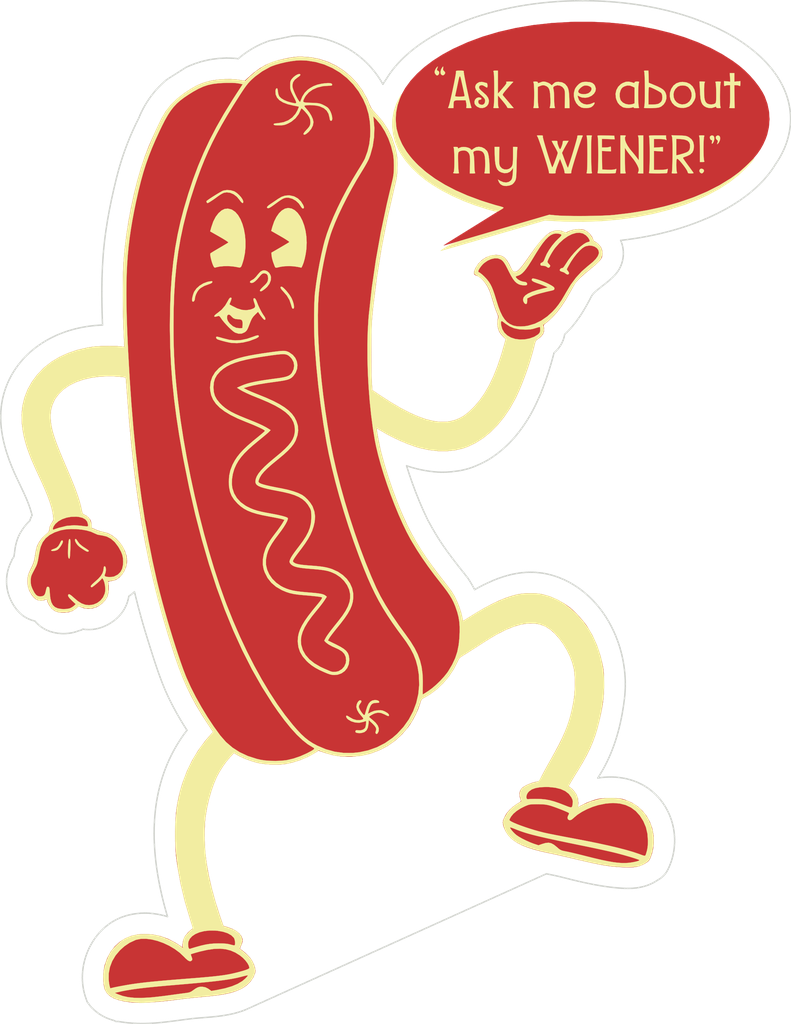
<source format=kicad_pcb>
(kicad_pcb (version 20240108) (generator "pcbnew") (generator_version "8.0")
  (layers (0 "F.Cu" signal) (31 "B.Cu" signal) (34 "B.Paste" user) (35 "F.Paste" user) (36 "B.SilkS" user "B.Silkscreen") (37 "F.SilkS" user "F.Silkscreen") (38 "B.Mask" user) (39 "F.Mask" user) (44 "Edge.Cuts" user))
  (net 0 "")
  (footprint "LOGO" (layer "F.Cu") (at 0 0)
    (property "Reference" "G***" (hide yes))
    (property "Value" "LOGO" (hide yes))
    (fp_poly (pts (xy 20.678741 -43.376956) (xy 21.842571 -43.322868) (xy 22.980854 -43.216099) (xy 24.088454 -43.058016) (xy 25.160233 -42.849986) (xy 26.191055 -42.593378) (xy 27.175784 -42.289559) (xy 28.109284 -41.939897) (xy 28.986418 -41.545759) (xy 29.80205 -41.108514) (xy 30.551043 -40.629528) (xy 30.966834 -40.322265) (xy 31.355021 -39.992056) (xy 31.727754 -39.623675) (xy 32.072152 -39.232565) (xy 32.375333 -38.834171) (xy 32.624416 -38.443936) (xy 32.770984 -38.159293) (xy 32.960141 -37.643621) (xy 33.072802 -37.107138) (xy 33.1087 -36.561635) (xy 33.067571 -36.018901) (xy 32.949148 -35.490726) (xy 32.838133 -35.179) (xy 32.669195 -34.806664) (xy 32.477953 -34.466403) (xy 32.251706 -34.139976) (xy 31.977755 -33.80914) (xy 31.6434 -33.455654) (xy 31.626677 -33.43887) (xy 31.049778 -32.916404) (xy 30.398491 -32.428961) (xy 29.676056 -31.977769) (xy 28.885713 -31.564056) (xy 28.030704 -31.189048) (xy 27.114269 -30.853974) (xy 26.139648 -30.560059) (xy 25.110082 -30.308532) (xy 24.028811 -30.10062) (xy 22.899077 -29.937549) (xy 22.175519 -29.859484) (xy 21.904533 -29.839034) (xy 21.570025 -29.82198) (xy 21.186804 -29.80841) (xy 20.769677 -29.79841) (xy 20.333452 -29.792068) (xy 19.892939 -29.789472) (xy 19.462944 -29.790708) (xy 19.058277 -29.795865) (xy 18.693745 -29.805028) (xy 18.384157 -29.818286) (xy 18.144331 -29.835725) (xy 17.929361 -29.854714) (xy 17.773261 -29.861459) (xy 17.650961 -29.854772) (xy 17.537388 -29.833467) (xy 17.424665 -29.801657) (xy 17.313237 -29.768133) (xy 17.134163 -29.715021) (xy 16.894556 -29.644391) (xy 16.601531 -29.558314) (xy 16.2622 -29.458862) (xy 15.883678 -29.348105) (xy 15.47308 -29.228114) (xy 15.037518 -29.10096) (xy 14.584107 -28.968714) (xy 14.11996 -28.833447) (xy 13.652193 -28.697229) (xy 13.187918 -28.562132) (xy 12.734249 -28.430226) (xy 12.298301 -28.303583) (xy 11.887187 -28.184273) (xy 11.508021 -28.074367) (xy 11.167918 -27.975936) (xy 10.87399 -27.891051) (xy 10.633353 -27.821783) (xy 10.45312 -27.770202) (xy 10.340405 -27.73838) (xy 10.302399 -27.728333) (xy 10.326078 -27.749216) (xy 10.410816 -27.80701) (xy 10.545453 -27.894436) (xy 10.718831 -28.004214) (xy 10.861659 -28.093177) (xy 11.485259 -28.479243) (xy 12.039953 -28.822927) (xy 12.528939 -29.126231) (xy 12.955411 -29.391159) (xy 13.322565 -29.619712) (xy 13.633596 -29.813894) (xy 13.891701 -29.975707) (xy 14.100074 -30.107153) (xy 14.261911 -30.210235) (xy 14.380408 -30.286956) (xy 14.458761 -30.339318) (xy 14.500165 -30.369324) (xy 14.508735 -30.378709) (xy 14.464567 -30.395202) (xy 14.353713 -30.429951) (xy 14.191044 -30.478471) (xy 13.991431 -30.536275) (xy 13.903449 -30.561309) (xy 12.901976 -30.871383) (xy 11.977163 -31.213215) (xy 11.126704 -31.588024) (xy 10.348292 -31.997032) (xy 9.639619 -32.441457) (xy 8.998379 -32.922523) (xy 8.422264 -33.441447) (xy 8.380667 -33.48288) (xy 7.932514 -33.981125) (xy 7.566826 -34.494383) (xy 7.282422 -35.024565) (xy 7.078119 -35.573584) (xy 7.068949 -35.605181) (xy 7.006204 -35.896674) (xy 6.965576 -36.237028) (xy 6.948929 -36.592895) (xy 6.958127 -36.930926) (xy 6.982625 -37.149708) (xy 7.112975 -37.694205) (xy 7.325489 -38.228087) (xy 7.618077 -38.749074) (xy 7.988647 -39.254885) (xy 8.435109 -39.743241) (xy 8.955372 -40.211859) (xy 9.547345 -40.658462) (xy 10.208936 -41.080766) (xy 10.938056 -41.476494) (xy 10.959927 -41.48742) (xy 11.972131 -41.946393) (xy 13.040198 -42.342208) (xy 14.163428 -42.674711) (xy 15.341125 -42.943747) (xy 16.572589 -43.149161) (xy 17.857123 -43.290799) (xy 19.194029 -43.368507) (xy 19.4945 -43.376994) (xy 20.678741 -43.376956)) (stroke (width 0.01)) (fill solid) (layer "F.Cu"))
    (fp_poly (pts (xy 0.980556 -40.897311) (xy 1.60229 -40.775158) (xy 2.198375 -40.577398) (xy 2.763315 -40.30792) (xy 3.291615 -39.970614) (xy 3.777781 -39.569371) (xy 4.216318 -39.108081) (xy 4.60173 -38.590634) (xy 4.928522 -38.02092) (xy 5.139875 -37.540996) (xy 5.203553 -37.398928) (xy 5.286205 -37.265028) (xy 5.402313 -37.119289) (xy 5.566361 -36.9417) (xy 5.595314 -36.911781) (xy 6.027216 -36.41003) (xy 6.385924 -35.868023) (xy 6.672819 -35.283052) (xy 6.889282 -34.652409) (xy 7.007484 -34.14119) (xy 7.040498 -33.927902) (xy 7.059158 -33.704865) (xy 7.064781 -33.446869) (xy 7.05929 -33.147892) (xy 7.05054 -32.919477) (xy 7.037902 -32.727571) (xy 7.018103 -32.550853) (xy 6.987867 -32.368001) (xy 6.943921 -32.157695) (xy 6.88299 -31.898613) (xy 6.841356 -31.728833) (xy 6.355512 -29.617461) (xy 5.947742 -27.529274) (xy 5.616885 -25.457623) (xy 5.361779 -23.39586) (xy 5.328435 -23.071666) (xy 5.302468 -22.79967) (xy 5.281487 -22.546948) (xy 5.264971 -22.299493) (xy 5.252397 -22.0433) (xy 5.243243 -21.764361) (xy 5.236989 -21.448671) (xy 5.233112 -21.082224) (xy 5.231091 -20.651012) (xy 5.23067 -20.447) (xy 5.231052 -20.050187) (xy 5.233239 -19.65556) (xy 5.237027 -19.276833) (xy 5.242212 -18.927718) (xy 5.24859 -18.621929) (xy 5.255957 -18.373179) (xy 5.264107 -18.19518) (xy 5.264231 -18.193178) (xy 5.300295 -17.611522) (xy 5.856897 -17.236425) (xy 6.585299 -16.76499) (xy 7.268185 -16.363411) (xy 7.90706 -16.031132) (xy 8.503426 -15.767597) (xy 9.058787 -15.572252) (xy 9.574647 -15.444541) (xy 10.052509 -15.383909) (xy 10.493878 -15.389801) (xy 10.754623 -15.427568) (xy 11.099942 -15.51576) (xy 11.413149 -15.639662) (xy 11.709985 -15.808719) (xy 12.006189 -16.032377) (xy 12.3175 -16.320081) (xy 12.426303 -16.430763) (xy 12.804504 -16.86795) (xy 13.15644 -17.368763) (xy 13.48379 -17.936616) (xy 13.788232 -18.574921) (xy 14.071443 -19.287093) (xy 14.335103 -20.076545) (xy 14.502613 -20.653911) (xy 14.646572 -21.178322) (xy 14.461574 -21.352411) (xy 14.338737 -21.485812) (xy 14.228136 -21.635399) (xy 14.182092 -21.713935) (xy 14.102087 -21.942214) (xy 14.063407 -22.206538) (xy 14.070286 -22.466842) (xy 14.090791 -22.577711) (xy 14.112945 -22.686098) (xy 14.111883 -22.776681) (xy 14.082627 -22.880076) (xy 14.020202 -23.0269) (xy 14.016412 -23.035288) (xy 13.959277 -23.177191) (xy 13.888379 -23.376692) (xy 13.811886 -23.609611) (xy 13.737966 -23.851768) (xy 13.722277 -23.905915) (xy 13.621373 -24.240371) (xy 13.526777 -24.510184) (xy 13.430018 -24.734078) (xy 13.322625 -24.930779) (xy 13.196126 -25.119009) (xy 13.138951 -25.195249) (xy 12.933266 -25.423129) (xy 12.725829 -25.571434) (xy 12.562048 -25.634215) (xy 12.460309 -25.685496) (xy 12.418554 -25.777805) (xy 12.436327 -25.917588) (xy 12.513174 -26.111293) (xy 12.526414 -26.138611) (xy 12.722619 -26.448944) (xy 12.973594 -26.704269) (xy 13.268267 -26.897352) (xy 13.595566 -27.02096) (xy 13.94442 -27.067859) (xy 13.948834 -27.067929) (xy 14.19011 -27.050517) (xy 14.394869 -26.98552) (xy 14.572689 -26.865067) (xy 14.733147 -26.681287) (xy 14.885822 -26.42631) (xy 14.98722 -26.214653) (xy 15.075863 -26.035456) (xy 15.154825 -25.928121) (xy 15.236634 -25.882806) (xy 15.333819 -25.88967) (xy 15.381039 -25.90529) (xy 15.464788 -25.949594) (xy 15.559626 -26.026128) (xy 15.671246 -26.141689) (xy 15.805342 -26.303072) (xy 15.96761 -26.517074) (xy 16.163744 -26.790493) (xy 16.363776 -27.078233) (xy 16.688206 -27.53348) (xy 16.982735 -27.912479) (xy 17.249353 -28.217413) (xy 17.490054 -28.450463) (xy 17.706827 -28.613812) (xy 17.824266 -28.678359) (xy 18.091368 -28.765892) (xy 18.356081 -28.784336) (xy 18.599082 -28.733132) (xy 18.667378 -28.702827) (xy 18.831717 -28.618988) (xy 19.078442 -28.733475) (xy 19.284514 -28.805586) (xy 19.522415 -28.852543) (xy 19.76371 -28.871799) (xy 19.979964 -28.860807) (xy 20.120338 -28.826781) (xy 20.346761 -28.701782) (xy 20.544251 -28.525367) (xy 20.693328 -28.318359) (xy 20.767019 -28.135534) (xy 20.817141 -28.043992) (xy 20.877324 -28.001281) (xy 20.996998 -27.935456) (xy 21.131892 -27.820234) (xy 21.256433 -27.680414) (xy 21.338494 -27.554111) (xy 21.401747 -27.357368) (xy 21.418322 -27.132619) (xy 21.385729 -26.923774) (xy 21.375874 -26.895006) (xy 21.312644 -26.781077) (xy 21.196591 -26.640431) (xy 21.02302 -26.468409) (xy 20.787234 -26.260352) (xy 20.489334 -26.015445) (xy 20.12707 -25.71355) (xy 19.83401 -25.44461) (xy 19.61257 -25.21091) (xy 19.526223 -25.103666) (xy 19.477367 -25.0284) (xy 19.398307 -24.89558) (xy 19.298916 -24.722232) (xy 19.189069 -24.525381) (xy 19.157945 -24.468666) (xy 18.840963 -23.920277) (xy 18.528259 -23.445639) (xy 18.211847 -23.034731) (xy 17.883736 -22.677531) (xy 17.535938 -22.364018) (xy 17.386307 -22.246166) (xy 17.320023 -22.189273) (xy 17.294844 -22.132774) (xy 17.303493 -22.045025) (xy 17.321674 -21.965124) (xy 17.333826 -21.745536) (xy 17.263822 -21.539021) (xy 17.113698 -21.349704) (xy 16.956745 -21.226096) (xy 16.845481 -21.148846) (xy 16.774445 -21.081831) (xy 16.727882 -21.000004) (xy 16.690036 -20.878315) (xy 16.659838 -20.754068) (xy 16.531488 -20.257039) (xy 16.372954 -19.719967) (xy 16.19128 -19.16251) (xy 15.993509 -18.604322) (xy 15.786685 -18.06506) (xy 15.577853 -17.56438) (xy 15.374054 -17.121937) (xy 15.317955 -17.009404) (xy 14.937465 -16.331027) (xy 14.517754 -15.712376) (xy 14.062648 -15.157084) (xy 13.57597 -14.668785) (xy 13.061542 -14.251114) (xy 12.523189 -13.907704) (xy 11.964734 -13.642188) (xy 11.661088 -13.534029) (xy 11.114791 -13.403176) (xy 10.529112 -13.340457) (xy 9.914378 -13.345469) (xy 9.280916 -13.417808) (xy 8.639051 -13.557072) (xy 8.272747 -13.666453) (xy 7.791208 -13.841024) (xy 7.280762 -14.054774) (xy 6.76939 -14.294571) (xy 6.285067 -14.547279) (xy 5.855773 -14.799766) (xy 5.84796 -14.804711) (xy 5.729275 -14.876958) (xy 5.64277 -14.923991) (xy 5.608871 -14.935515) (xy 5.608476 -14.887091) (xy 5.623252 -14.770471) (xy 5.650464 -14.600209) (xy 5.687378 -14.39086) (xy 5.731258 -14.15698) (xy 5.779369 -13.913124) (xy 5.828978 -13.673847) (xy 5.87735 -13.453703) (xy 5.921749 -13.267249) (xy 5.923962 -13.258492) (xy 6.150931 -12.427446) (xy 6.418101 -11.558895) (xy 6.71534 -10.683414) (xy 7.032518 -9.831583) (xy 7.189644 -9.438194) (xy 7.469278 -8.779867) (xy 7.753573 -8.164604) (xy 8.050395 -7.579259) (xy 8.367611 -7.010687) (xy 8.713088 -6.445741) (xy 9.094691 -5.871275) (xy 9.520289 -5.274145) (xy 9.997746 -4.641203) (xy 10.265416 -4.298269) (xy 10.428224 -4.09036) (xy 10.58232 -3.891058) (xy 10.715984 -3.715709) (xy 10.817496 -3.579658) (xy 10.865741 -3.512258) (xy 11.0536 -3.200321) (xy 11.233207 -2.831548) (xy 11.393249 -2.433713) (xy 11.522415 -2.034592) (xy 11.601099 -1.706731) (xy 11.651575 -1.444962) (xy 11.995871 -1.6629) (xy 12.602365 -2.037635) (xy 13.1546 -2.358811) (xy 13.660605 -2.630217) (xy 14.128412 -2.855639) (xy 14.566049 -3.038865) (xy 14.981548 -3.183681) (xy 15.382937 -3.293875) (xy 15.5187 -3.324356) (xy 15.810942 -3.368475) (xy 16.151863 -3.391672) (xy 16.510176 -3.393913) (xy 16.854598 -3.375165) (xy 17.153846 -3.335395) (xy 17.199809 -3.326149) (xy 17.724517 -3.175445) (xy 18.250916 -2.950933) (xy 18.761101 -2.661175) (xy 19.119558 -2.408327) (xy 19.326441 -2.232089) (xy 19.560374 -2.005747) (xy 19.802175 -1.750127) (xy 20.032663 -1.486055) (xy 20.232658 -1.234358) (xy 20.339779 -1.083413) (xy 20.715955 -0.443626) (xy 21.029473 0.249023) (xy 21.277398 0.987387) (xy 21.409061 1.521529) (xy 21.448124 1.713834) (xy 21.477094 1.881987) (xy 21.497482 2.044785) (xy 21.510801 2.221022) (xy 21.518561 2.429492) (xy 21.522277 2.68899) (xy 21.523345 2.942167) (xy 21.519647 3.341117) (xy 21.505202 3.699507) (xy 21.477403 4.037716) (xy 21.433643 4.376123) (xy 21.371317 4.735106) (xy 21.287816 5.135042) (xy 21.187618 5.566834) (xy 21.054161 6.081568) (xy 20.90745 6.559575) (xy 20.740553 7.016653) (xy 20.546537 7.4686) (xy 20.318468 7.931215) (xy 20.049414 8.420295) (xy 19.732441 8.951639) (xy 19.629142 9.11817) (xy 19.472531 9.370804) (xy 19.331983 9.601451) (xy 19.213495 9.799948) (xy 19.123063 9.956134) (xy 19.066684 10.059846) (xy 19.05 10.099567) (xy 19.08512 10.155395) (xy 19.132766 10.180564) (xy 19.202875 10.224577) (xy 19.304221 10.313538) (xy 19.404949 10.41751) (xy 19.58974 10.675325) (xy 19.694271 10.953099) (xy 19.722517 11.262244) (xy 19.719837 11.321635) (xy 19.702969 11.586542) (xy 19.908979 11.465074) (xy 20.297736 11.268825) (xy 20.753287 11.097251) (xy 20.941637 11.039586) (xy 21.081836 11.002442) (xy 21.215404 10.976274) (xy 21.361787 10.959305) (xy 21.540429 10.949759) (xy 21.770774 10.945859) (xy 21.971 10.945533) (xy 22.237928 10.94705) (xy 22.439147 10.951863) (xy 22.593609 10.962066) (xy 22.720262 10.979751) (xy 22.838057 11.007012) (xy 22.965943 11.045943) (xy 23.009059 11.060193) (xy 23.463291 11.254347) (xy 23.868095 11.513486) (xy 24.218985 11.830835) (xy 24.511471 12.199624) (xy 24.741064 12.613078) (xy 24.903277 13.064426) (xy 24.99362 13.546894) (xy 25.007605 14.05371) (xy 25.006529 14.074103) (xy 24.968377 14.450985) (xy 24.893721 14.787255) (xy 24.773547 15.122378) (xy 24.759545 15.155334) (xy 24.696561 15.273583) (xy 24.610426 15.368634) (xy 24.47777 15.464012) (xy 24.414404 15.502793) (xy 24.215747 15.610925) (xy 24.023295 15.689874) (xy 23.819424 15.742888) (xy 23.58651 15.773214) (xy 23.306929 15.784098) (xy 22.963055 15.778787) (xy 22.9235 15.777457) (xy 22.624084 15.764117) (xy 22.338731 15.744514) (xy 22.056287 15.716773) (xy 21.765602 15.679018) (xy 21.45552 15.629371) (xy 21.114891 15.565958) (xy 20.732559 15.486901) (xy 20.297373 15.390326) (xy 19.79818 15.274355) (xy 19.473334 15.197085) (xy 19.137794 15.117464) (xy 18.803642 15.039474) (xy 18.486999 14.96678) (xy 18.203985 14.903051) (xy 17.970721 14.851952) (xy 17.803329 14.817152) (xy 17.801167 14.816727) (xy 17.182561 14.684191) (xy 16.642772 14.544433) (xy 16.176098 14.395222) (xy 15.776836 14.234326) (xy 15.439285 14.059513) (xy 15.157742 13.868551) (xy 14.978541 13.712052) (xy 14.806563 13.515675) (xy 14.659885 13.294425) (xy 14.545295 13.064783) (xy 14.46958 12.843234) (xy 14.439528 12.646262) (xy 14.461926 12.490348) (xy 14.468867 12.474325) (xy 14.511754 12.383075) (xy 14.572588 12.252027) (xy 14.608659 12.173785) (xy 14.728183 11.979339) (xy 14.907336 11.7714) (xy 15.127353 11.56846) (xy 15.36947 11.38901) (xy 15.465058 11.329837) (xy 15.608058 11.242635) (xy 15.687585 11.181538) (xy 15.715774 11.134552) (xy 15.705908 11.091785) (xy 15.672232 11.005287) (xy 15.635448 10.877449) (xy 15.623811 10.828711) (xy 15.606381 10.592806) (xy 15.665201 10.388948) (xy 15.79874 10.222372) (xy 15.802155 10.219463) (xy 15.982616 10.095649) (xy 16.215492 9.976675) (xy 16.469047 9.87671) (xy 16.711547 9.809922) (xy 16.72564 9.807167) (xy 16.985354 9.757834) (xy 17.155376 9.419167) (xy 17.228292 9.278804) (xy 17.334011 9.081845) (xy 17.463287 8.845186) (xy 17.606877 8.585718) (xy 17.755536 8.320334) (xy 17.792434 8.255) (xy 18.097373 7.706983) (xy 18.358424 7.215957) (xy 18.580394 6.769652) (xy 18.768088 6.355795) (xy 18.926313 5.962114) (xy 19.059873 5.576338) (xy 19.173576 5.186194) (xy 19.272225 4.779411) (xy 19.360628 4.343717) (xy 19.392213 4.169834) (xy 19.442944 3.805699) (xy 19.475556 3.404638) (xy 19.489807 2.990151) (xy 19.485454 2.585742) (xy 19.462255 2.214912) (xy 19.419967 1.901164) (xy 19.415839 1.879673) (xy 19.301614 1.443196) (xy 19.13415 1.002443) (xy 18.921774 0.5697) (xy 18.672816 0.157253) (xy 18.395603 -0.222613) (xy 18.098464 -0.557611) (xy 17.789726 -0.835457) (xy 17.477717 -1.043865) (xy 17.410445 -1.078696) (xy 17.033692 -1.220033) (xy 16.626232 -1.289389) (xy 16.186459 -1.286455) (xy 15.712762 -1.210917) (xy 15.203534 -1.062467) (xy 14.657165 -0.840791) (xy 14.072048 -0.54558) (xy 13.77227 -0.374908) (xy 13.61868 -0.282193) (xy 13.41239 -0.154441) (xy 13.171506 -0.003038) (xy 12.914134 0.160629) (xy 12.65838 0.325175) (xy 12.6365 0.339352) (xy 12.393302 0.496364) (xy 12.157901 0.647107) (xy 11.945346 0.78204) (xy 11.77068 0.891621) (xy 11.648949 0.966307) (xy 11.632763 0.975933) (xy 11.490586 1.067863) (xy 11.397551 1.157237) (xy 11.325461 1.275947) (xy 11.280696 1.374136) (xy 11.007105 1.911422) (xy 10.665346 2.422093) (xy 10.266253 2.894484) (xy 9.820657 3.316927) (xy 9.339394 3.677755) (xy 8.909553 3.927714) (xy 8.824591 3.975412) (xy 8.765938 4.028571) (xy 8.720764 4.107766) (xy 8.676238 4.233573) (xy 8.637601 4.363787) (xy 8.522749 4.691941) (xy 8.362577 5.052556) (xy 8.171287 5.417882) (xy 7.963077 5.760164) (xy 7.815627 5.970184) (xy 7.382145 6.477862) (xy 6.898545 6.918711) (xy 6.369611 7.290358) (xy 5.800125 7.590429) (xy 5.19487 7.81655) (xy 4.558629 7.966346) (xy 3.896184 8.037445) (xy 3.638752 8.043334) (xy 3.069794 8.015367) (xy 2.531994 7.927696) (xy 1.991339 7.774668) (xy 1.961647 7.76452) (xy 1.531461 7.616279) (xy 1.286558 7.772942) (xy 0.791641 8.049102) (xy 0.249318 8.279841) (xy -0.311529 8.454367) (xy -0.802705 8.553649) (xy -1.118508 8.583586) (xy -1.482708 8.591766) (xy -1.867406 8.579577) (xy -2.244706 8.54841) (xy -2.58671 8.499653) (xy -2.795559 8.454405) (xy -3.111812 8.361034) (xy -3.43938 8.245289) (xy -3.752381 8.117483) (xy -4.024936 7.987928) (xy -4.169069 7.907102) (xy -4.379971 7.778033) (xy -4.647194 8.065694) (xy -4.907262 8.374589) (xy -5.166542 8.734832) (xy -5.404221 9.115504) (xy -5.591191 9.468186) (xy -5.791134 9.938101) (xy -5.974609 10.468802) (xy -6.135302 11.037021) (xy -6.266901 11.61949) (xy -6.363094 12.192941) (xy -6.390025 12.412582) (xy -6.411193 12.678615) (xy -6.425249 13.005948) (xy -6.432203 13.371516) (xy -6.432065 13.752252) (xy -6.424845 14.125089) (xy -6.410552 14.466962) (xy -6.389196 14.754804) (xy -6.389039 14.756398) (xy -6.287239 15.545947) (xy -6.133774 16.386887) (xy -5.931752 17.266043) (xy -5.684277 18.170241) (xy -5.394455 19.086306) (xy -5.311481 19.327856) (xy -5.118342 19.880879) (xy -4.813421 19.971359) (xy -4.49145 20.091106) (xy -4.218611 20.241638) (xy -4.003647 20.415781) (xy -3.855302 20.606363) (xy -3.782318 20.806211) (xy -3.780461 20.818829) (xy -3.778376 20.954586) (xy -3.814767 21.101097) (xy -3.869865 21.234122) (xy -3.929087 21.371735) (xy -3.951705 21.45334) (xy -3.941134 21.49754) (xy -3.921117 21.51338) (xy -3.773945 21.613323) (xy -3.600107 21.757583) (xy -3.424697 21.923475) (xy -3.272803 22.088309) (xy -3.238007 22.131054) (xy -3.097341 22.341829) (xy -2.985242 22.571727) (xy -2.908946 22.799664) (xy -2.875694 23.004555) (xy -2.88811 23.150241) (xy -3.019954 23.475861) (xy -3.224305 23.776968) (xy -3.489693 24.039832) (xy -3.804647 24.250722) (xy -3.809669 24.253408) (xy -4.049631 24.370122) (xy -4.305751 24.470916) (xy -4.588226 24.557982) (xy -4.907254 24.633513) (xy -5.273035 24.699701) (xy -5.695766 24.758738) (xy -6.185645 24.812816) (xy -6.583891 24.849759) (xy -6.909193 24.87949) (xy -7.24748 24.912893) (xy -7.575776 24.947524) (xy -7.871104 24.980941) (xy -8.110487 25.010701) (xy -8.156791 25.01699) (xy -8.854509 25.106816) (xy -9.503373 25.176023) (xy -10.097241 25.224235) (xy -10.629971 25.251073) (xy -11.09542 25.256159) (xy -11.487446 25.239117) (xy -11.599333 25.228608) (xy -12.080076 25.158835) (xy -12.483789 25.061782) (xy -12.81425 24.935435) (xy -13.075238 24.777785) (xy -13.270529 24.58682) (xy -13.403903 24.360528) (xy -13.444893 24.24608) (xy -13.49824 23.985955) (xy -13.524934 23.673825) (xy -13.525283 23.337945) (xy -13.499595 23.006567) (xy -13.448176 22.707948) (xy -13.427265 22.627167) (xy -13.247509 22.129766) (xy -13.010087 21.69103) (xy -12.718578 21.313765) (xy -12.37656 21.000779) (xy -11.987612 20.754878) (xy -11.555312 20.57887) (xy -11.083239 20.475561) (xy -10.647836 20.447) (xy -10.072202 20.483479) (xy -9.525806 20.594832) (xy -8.999406 20.783934) (xy -8.48376 21.053661) (xy -8.280286 21.183534) (xy -8.146596 21.272801) (xy -8.044087 21.340523) (xy -7.989482 21.37568) (xy -7.984811 21.378258) (xy -7.981153 21.339981) (xy -7.977054 21.241632) (xy -7.974585 21.153006) (xy -7.928835 20.867187) (xy -7.804108 20.598694) (xy -7.59852 20.344369) (xy -7.376628 20.150574) (xy -7.23909 20.044834) (xy -7.447382 19.406884) (xy -7.814622 18.172045) (xy -8.11214 16.933606) (xy -8.33675 15.705802) (xy -8.432005 15.007167) (xy -8.455463 14.745763) (xy -8.47257 14.422227) (xy -8.483446 14.053765) (xy -8.488207 13.657582) (xy -8.486971 13.250884) (xy -8.479857 12.850877) (xy -8.466981 12.474767) (xy -8.448461 12.139759) (xy -8.424416 11.863058) (xy -8.409704 11.7475) (xy -8.334015 11.278607) (xy -8.251547 10.862435) (xy -8.154797 10.467043) (xy -8.036263 10.060489) (xy -7.952314 9.800167) (xy -7.65794 9.03124) (xy -7.297113 8.292338) (xy -6.877125 7.596317) (xy -6.405269 6.956036) (xy -6.205365 6.720365) (xy -5.840572 6.307564) (xy -6.215171 5.746699) (xy -6.643558 5.08379) (xy -7.025106 4.444723) (xy -7.3681 3.812199) (xy -7.680824 3.168921) (xy -7.97156 2.49759) (xy -8.248594 1.780907) (xy -8.520208 1.001573) (xy -8.592063 0.783167) (xy -8.995682 -0.497077) (xy -9.368487 -1.764538) (xy -9.711928 -3.02722) (xy -10.027455 -4.293124) (xy -10.316518 -5.570251) (xy -10.580567 -6.866604) (xy -10.821052 -8.190184) (xy -11.039422 -9.548992) (xy -11.237127 -10.951032) (xy -11.415618 -12.404303) (xy -11.576345 -13.916809) (xy -11.720756 -15.496551) (xy -11.850302 -17.151531) (xy -11.855932 -17.229666) (xy -11.87878 -17.545075) (xy -11.899934 -17.831688) (xy -11.91859 -18.079033) (xy -11.933944 -18.276637) (xy -11.945191 -18.414026) (xy -11.951527 -18.480728) (xy -11.952377 -18.485425) (xy -12.006871 -18.502229) (xy -12.128064 -18.52067) (xy -12.298045 -18.539227) (xy -12.498904 -18.55638) (xy -12.712733 -18.570609) (xy -12.921621 -18.580391) (xy -13.107659 -18.584207) (xy -13.115813 -18.584214) (xy -13.758184 -18.557239) (xy -14.361353 -18.478126) (xy -14.920203 -18.349121) (xy -15.429619 -18.172465) (xy -15.884483 -17.950402) (xy -16.279679 -17.685175) (xy -16.61009 -17.379028) (xy -16.870599 -17.034203) (xy -16.943665 -16.906033) (xy -17.094984 -16.567682) (xy -17.185238 -16.233432) (xy -17.220276 -15.875164) (xy -17.215347 -15.599833) (xy -17.197258 -15.375177) (xy -17.166095 -15.147509) (xy -17.11925 -14.908843) (xy -17.05411 -14.651193) (xy -16.968065 -14.366575) (xy -16.858504 -14.047001) (xy -16.722816 -13.684486) (xy -16.558391 -13.271044) (xy -16.362616 -12.798689) (xy -16.132882 -12.259436) (xy -16.092863 -12.166563) (xy -15.868229 -11.640546) (xy -15.677363 -11.180866) (xy -15.516805 -10.777814) (xy -15.383098 -10.421684) (xy -15.272784 -10.102768) (xy -15.182405 -9.811357) (xy -15.108502 -9.537745) (xy -15.047618 -9.272222) (xy -15.028682 -9.179086) (xy -14.994857 -9.036811) (xy -14.955426 -8.955286) (xy -14.896777 -8.910976) (xy -14.866705 -8.899029) (xy -14.707735 -8.814039) (xy -14.554184 -8.683707) (xy -14.437681 -8.536934) (xy -14.408744 -8.480586) (xy -14.371138 -8.345878) (xy -14.351724 -8.188989) (xy -14.351 -8.158177) (xy -14.351 -7.973967) (xy -14.044083 -7.842654) (xy -13.866231 -7.774088) (xy -13.689037 -7.718066) (xy -13.549424 -7.686191) (xy -13.543779 -7.685397) (xy -13.231071 -7.602883) (xy -12.928713 -7.447936) (xy -12.646186 -7.232786) (xy -12.392975 -6.969661) (xy -12.17856 -6.670791) (xy -12.012425 -6.348405) (xy -11.904052 -6.014734) (xy -11.862924 -5.682005) (xy -11.869819 -5.52654) (xy -11.932927 -5.236235) (xy -12.053822 -4.953262) (xy -12.220026 -4.696896) (xy -12.419059 -4.486412) (xy -12.636822 -4.341851) (xy -12.772153 -4.293525) (xy -12.93648 -4.255472) (xy -12.995703 -4.246683) (xy -13.119627 -4.229118) (xy -13.177787 -4.205815) (xy -13.1887 -4.162958) (xy -13.177396 -4.111097) (xy -13.148757 -3.913596) (xy -13.148329 -3.674632) (xy -13.17346 -3.430399) (xy -13.221502 -3.217093) (xy -13.248155 -3.144784) (xy -13.383299 -2.920645) (xy -13.581205 -2.706542) (xy -13.820601 -2.522829) (xy -14.003102 -2.422458) (xy -14.28685 -2.332455) (xy -14.589047 -2.307537) (xy -14.882409 -2.34816) (xy -15.044614 -2.404982) (xy -15.251395 -2.497946) (xy -15.432942 -2.330602) (xy -15.661799 -2.169803) (xy -15.933798 -2.072648) (xy -16.256325 -2.036983) (xy -16.42668 -2.040804) (xy -16.629006 -2.060004) (xy -16.781421 -2.095883) (xy -16.918321 -2.157329) (xy -16.952146 -2.176549) (xy -17.143445 -2.330263) (xy -17.307301 -2.540533) (xy -17.423302 -2.779542) (xy -17.444293 -2.847324) (xy -17.475259 -2.948208) (xy -17.506094 -2.980792) (xy -17.556557 -2.959072) (xy -17.579669 -2.943225) (xy -17.684116 -2.902094) (xy -17.834808 -2.880285) (xy -17.888992 -2.878666) (xy -18.088042 -2.903655) (xy -18.260883 -2.9851) (xy -18.422996 -3.132716) (xy -18.545435 -3.290665) (xy -18.709897 -3.57733) (xy -18.803773 -3.874596) (xy -18.833177 -4.204896) (xy -18.829376 -4.332312) (xy -18.817181 -4.49304) (xy -18.795902 -4.625128) (xy -18.757942 -4.753822) (xy -18.6957 -4.904367) (xy -18.60158 -5.10201) (xy -18.5916 -5.122333) (xy -18.487818 -5.341849) (xy -18.416043 -5.521167) (xy -18.365854 -5.693359) (xy -18.326832 -5.891496) (xy -18.305205 -6.031371) (xy -18.269136 -6.246956) (xy -18.226275 -6.455621) (xy -18.182958 -6.628373) (xy -18.15717 -6.708704) (xy -18.0194 -6.979965) (xy -17.819071 -7.246487) (xy -17.575726 -7.482852) (xy -17.539733 -7.51178) (xy -17.414941 -7.617354) (xy -17.346898 -7.700139) (xy -17.320112 -7.781502) (xy -17.317483 -7.818327) (xy -17.283333 -8.025562) (xy -17.185443 -8.241017) (xy -17.115633 -8.350361) (xy -17.055159 -8.448428) (xy -17.02645 -8.536767) (xy -17.02298 -8.649004) (xy -17.033488 -8.773695) (xy -17.074792 -9.055264) (xy -17.144851 -9.363332) (xy -17.246308 -9.705319) (xy -17.381806 -10.088645) (xy -17.553986 -10.52073) (xy -17.765491 -11.008992) (xy -18.018962 -11.560852) (xy -18.047885 -11.622294) (xy -18.311062 -12.192467) (xy -18.533113 -12.702421) (xy -18.717771 -13.163746) (xy -18.86877 -13.588027) (xy -18.989844 -13.986854) (xy -19.084725 -14.371814) (xy -19.157149 -14.754493) (xy -19.210847 -15.146481) (xy -19.22452 -15.274121) (xy -19.245344 -15.891288) (xy -19.183906 -16.495134) (xy -19.042197 -17.080705) (xy -18.822207 -17.643049) (xy -18.525926 -18.177211) (xy -18.155346 -18.678238) (xy -17.712456 -19.141177) (xy -17.646551 -19.201097) (xy -17.157057 -19.584319) (xy -16.604837 -19.916993) (xy -15.997332 -20.195951) (xy -15.341984 -20.418024) (xy -14.646234 -20.580045) (xy -14.266333 -20.640128) (xy -14.027655 -20.6641) (xy -13.734983 -20.681518) (xy -13.411867 -20.692102) (xy -13.081854 -20.69557) (xy -12.768491 -20.691642) (xy -12.495326 -20.680039) (xy -12.308416 -20.663447) (xy -12.065 -20.633038) (xy -12.065939 -20.825769) (xy -12.068285 -20.92726) (xy -12.074274 -21.096836) (xy -12.083232 -21.318025) (xy -12.09449 -21.574354) (xy -12.107374 -21.849351) (xy -12.109169 -21.886333) (xy -12.122841 -22.226433) (xy -12.133863 -22.622206) (xy -12.142237 -23.060179) (xy -12.147967 -23.526879) (xy -12.151054 -24.008833) (xy -12.151501 -24.492568) (xy -12.149312 -24.964611) (xy -12.144488 -25.411488) (xy -12.137033 -25.819727) (xy -12.12695 -26.175855) (xy -12.114241 -26.466399) (xy -12.108221 -26.564166) (xy -12.026023 -27.50318) (xy -11.90853 -28.4638) (xy -11.758616 -29.432794) (xy -11.579156 -30.396932) (xy -11.373026 -31.342981) (xy -11.1431 -32.257712) (xy -10.892254 -33.127892) (xy -10.623362 -33.940291) (xy -10.350072 -34.6556) (xy -10.270399 -34.84237) (xy -10.162401 -35.086159) (xy -10.034891 -35.367898) (xy -9.896682 -35.668519) (xy -9.75659 -35.968954) (xy -9.623427 -36.250135) (xy -9.506007 -36.492994) (xy -9.433077 -36.6395) (xy -9.147834 -37.120315) (xy -8.796954 -37.565017) (xy -8.375346 -37.979014) (xy -7.877918 -38.367715) (xy -7.679364 -38.502456) (xy -7.361548 -38.704158) (xy -7.086085 -38.862234) (xy -6.830216 -38.987172) (xy -6.57118 -39.089461) (xy -6.286215 -39.179591) (xy -6.099117 -39.230681) (xy -5.780219 -39.295054) (xy -5.406824 -39.339747) (xy -5.007041 -39.36365) (xy -4.608981 -39.365652) (xy -4.240752 -39.34464) (xy -4.003603 -39.313552) (xy -3.625706 -39.247731) (xy -3.380723 -39.474542) (xy -2.967385 -39.832787) (xy -2.568308 -40.123676) (xy -2.163871 -40.357447) (xy -1.734452 -40.544335) (xy -1.260431 -40.694578) (xy -0.858233 -40.790561) (xy -0.558809 -40.851652) (xy -0.317598 -40.894182) (xy -0.110925 -40.921105) (xy 0.084885 -40.935377) (xy 0.293507 -40.939954) (xy 0.338667 -40.939966) (xy 0.980556 -40.897311)) (stroke (width 0.01)) (fill solid) (layer "F.Cu"))
  )
  (footprint "LOGO" (layer "F.Cu") (at 0 0)
    (property "Reference" "G***" (hide yes))
    (property "Value" "LOGO" (hide yes))
  )
  (footprint "LOGO" (layer "F.Cu") (at 0 0)
    (property "Reference" "G***" (hide yes))
    (property "Value" "LOGO" (hide yes))
  )
  (gr_line (start 17.786637 -19.352129) (end 17.909139 -19.777234) (stroke (width 0.1)) (layer "Edge.Cuts"))
  (gr_line (start 19.485789 -22.28736) (end 19.612789 -22.454232) (stroke (width 0.1)) (layer "Edge.Cuts"))
  (gr_line (start 34.509871 -37.441192) (end 34.46886 -37.651351) (stroke (width 0.1)) (layer "Edge.Cuts"))
  (gr_line (start 25.300265 16.661771) (end 25.407686 16.59933) (stroke (width 0.1)) (layer "Edge.Cuts"))
  (gr_line (start 10.25052 -42.76352) (end 9.847031 -42.551116) (stroke (width 0.1)) (layer "Edge.Cuts"))
  (gr_line (start 7.056209 -40.409867) (end 6.931326 -40.266701) (stroke (width 0.1)) (layer "Edge.Cuts"))
  (gr_line (start 26.156456 15.578039) (end 26.225777 15.388862) (stroke (width 0.1)) (layer "Edge.Cuts"))
  (gr_line (start -4.661378 -40.836348) (end -4.882569 -40.841904) (stroke (width 0.1)) (layer "Edge.Cuts"))
  (gr_line (start -15.859589 -0.604915) (end -15.741029 -0.625553) (stroke (width 0.1)) (layer "Edge.Cuts"))
  (gr_line (start -14.730349 24.978673) (end -14.655472 25.191663) (stroke (width 0.1)) (layer "Edge.Cuts"))
  (gr_line (start 25.781013 16.270982) (end 25.858536 16.170441) (stroke (width 0.1)) (layer "Edge.Cuts"))
  (gr_line (start -12.951822 26.447374) (end -12.869007 26.470657) (stroke (width 0.1)) (layer "Edge.Cuts"))
  (gr_line (start 22.463936 -0.103001) (end 22.329792 -0.445636) (stroke (width 0.1)) (layer "Edge.Cuts"))
  (gr_line (start -11.070107 -2.409371) (end -10.915379 -1.836814) (stroke (width 0.1)) (layer "Edge.Cuts"))
  (gr_line (start 20.212864 -3.395472) (end 20.083482 -3.502099) (stroke (width 0.1)) (layer "Edge.Cuts"))
  (gr_line (start 17.909139 -19.777234) (end 18.026614 -20.213955) (stroke (width 0.1)) (layer "Edge.Cuts"))
  (gr_line (start -14.492224 25.415764) (end -14.398826 25.528477) (stroke (width 0.1)) (layer "Edge.Cuts"))
  (gr_line (start -9.455516 26.634963) (end -9.119337 26.59898) (stroke (width 0.1)) (layer "Edge.Cuts"))
  (gr_line (start -4.800019 26.097859) (end -4.652911 26.067697) (stroke (width 0.1)) (layer "Edge.Cuts"))
  (gr_line (start -7.502417 -40.297816) (end -7.721545 -40.199497) (stroke (width 0.1)) (layer "Edge.Cuts"))
  (gr_line (start -8.449942 4.886505) (end -8.340669 5.081503) (stroke (width 0.1)) (layer "Edge.Cuts"))
  (gr_line (start 23.937663 17.200198) (end 24.076834 17.174798) (stroke (width 0.1)) (layer "Edge.Cuts"))
  (gr_line (start -14.655472 25.191663) (end -14.575303 25.295115) (stroke (width 0.1)) (layer "Edge.Cuts"))
  (gr_line (start -13.620423 -23.557385) (end -13.608808 -23.052798) (stroke (width 0.1)) (layer "Edge.Cuts"))
  (gr_line (start 18.061275 16.350357) (end 18.40338 16.428145) (stroke (width 0.1)) (layer "Edge.Cuts"))
  (gr_line (start 26.468664 14.030229) (end 26.469458 13.834702) (stroke (width 0.1)) (layer "Edge.Cuts"))
  (gr_line (start -9.495548 9.827328) (end -9.585638 10.163084) (stroke (width 0.1)) (layer "Edge.Cuts"))
  (gr_line (start 20.07237 -23.138629) (end 20.27557 -23.482693) (stroke (width 0.1)) (layer "Edge.Cuts"))
  (gr_line (start 22.311801 6.972477) (end 22.408109 6.667942) (stroke (width 0.1)) (layer "Edge.Cuts"))
  (gr_line (start -2.383318 -41.86293) (end -2.47407 -41.821126) (stroke (width 0.1)) (layer "Edge.Cuts"))
  (gr_line (start -8.6415 4.529582) (end -8.449942 4.886505) (stroke (width 0.1)) (layer "Edge.Cuts"))
  (gr_line (start 21.851955 -1.414804) (end 21.668599 -1.717222) (stroke (width 0.1)) (layer "Edge.Cuts"))
  (gr_line (start -11.737915 19.117366) (end -11.867296 19.150174) (stroke (width 0.1)) (layer "Edge.Cuts"))
  (gr_line (start 22.277405 -25.650871) (end 22.388 -25.777342) (stroke (width 0.1)) (layer "Edge.Cuts"))
  (gr_line (start 18.814542 -4.303786) (end 18.658703 -4.375752) (stroke (width 0.1)) (layer "Edge.Cuts"))
  (gr_line (start 11.469983 -11.981455) (end 11.620266 -12.010824) (stroke (width 0.1)) (layer "Edge.Cuts"))
  (gr_line (start 21.051327 -2.556215) (end 20.939144 -2.685861) (stroke (width 0.1)) (layer "Edge.Cuts"))
  (gr_line (start 13.104577 -3.985757) (end 12.78496 -3.821186) (stroke (width 0.1)) (layer "Edge.Cuts"))
  (gr_line (start -14.418352 -22.094135) (end -14.691428 -22.055691) (stroke (width 0.1)) (layer "Edge.Cuts"))
  (gr_line (start -20.635127 -16.674099) (end -20.66394 -16.464285) (stroke (width 0.1)) (layer "Edge.Cuts"))
  (gr_line (start 6.585516 -39.826831) (end 6.479948 -39.676813) (stroke (width 0.1)) (layer "Edge.Cuts"))
  (gr_line (start -14.615678 -0.8523) (end -14.441847 -0.853623) (stroke (width 0.1)) (layer "Edge.Cuts"))
  (gr_line (start 9.618696 -11.895995) (end 9.897302 -11.873505) (stroke (width 0.1)) (layer "Edge.Cuts"))
  (gr_line (start 22.065738 17.180619) (end 22.3245 17.207871) (stroke (width 0.1)) (layer "Edge.Cuts"))
  (gr_line (start -18.214589 -1.335694) (end -18.106772 -1.229596) (stroke (width 0.1)) (layer "Edge.Cuts"))
  (gr_line (start 22.16284 -25.53419) (end 22.277405 -25.650871) (stroke (width 0.1)) (layer "Edge.Cuts"))
  (gr_line (start 32.681867 -40.731943) (end 32.504861 -40.90379) (stroke (width 0.1)) (layer "Edge.Cuts"))
  (gr_line (start -5.2215 26.167445) (end -5.080742 26.145484) (stroke (width 0.1)) (layer "Edge.Cuts"))
  (gr_line (start -17.410522 -21.138937) (end -17.6274 -21.013234) (stroke (width 0.1)) (layer "Edge.Cuts"))
  (gr_line (start 13.410964 -12.727315) (end 13.577387 -12.829444) (stroke (width 0.1)) (layer "Edge.Cuts"))
  (gr_line (start -9.720999 19.064714) (end -10.00913 19.022381) (stroke (width 0.1)) (layer "Edge.Cuts"))
  (gr_line (start 17.053213 -4.82422) (end 16.888907 -4.841947) (stroke (width 0.1)) (layer "Edge.Cuts"))
  (gr_line (start -12.796273 -31.645766) (end -12.960976 -30.901124) (stroke (width 0.1)) (layer "Edge.Cuts"))
  (gr_line (start -14.911218 22.63288) (end -14.945984 22.844811) (stroke (width 0.1)) (layer "Edge.Cuts"))
  (gr_line (start 19.851972 -22.794248) (end 19.96442 -22.966174) (stroke (width 0.1)) (layer "Edge.Cuts"))
  (gr_line (start 20.586984 -3.055218) (end 20.464482 -3.1719) (stroke (width 0.1)) (layer "Edge.Cuts"))
  (gr_line (start -11.295532 -36.124416) (end -11.411949 -35.874385) (stroke (width 0.1)) (layer "Edge.Cuts"))
  (gr_line (start 17.379973 -4.774214) (end 17.21699 -4.801731) (stroke (width 0.1)) (layer "Edge.Cuts"))
  (gr_line (start -4.017383 -40.848519) (end -4.080354 -40.795073) (stroke (width 0.1)) (layer "Edge.Cuts"))
  (gr_line (start 8.552955 -41.739555) (end 8.383887 -41.61528) (stroke (width 0.1)) (layer "Edge.Cuts"))
  (gr_line (start 15.509901 -44.459936) (end 14.978618 -44.357908) (stroke (width 0.1)) (layer "Edge.Cuts"))
  (gr_line (start 25.412978 10.981703) (end 25.283597 10.835918) (stroke (width 0.1)) (layer "Edge.Cuts"))
  (gr_line (start 11.298269 -5.335395) (end 10.922561 -5.82355) (stroke (width 0.1)) (layer "Edge.Cuts"))
  (gr_line (start -12.284252 26.597657) (end -12.1173 26.621734) (stroke (width 0.1)) (layer "Edge.Cuts"))
  (gr_line (start 9.458094 -42.329893) (end 9.084503 -42.100049) (stroke (width 0.1)) (layer "Edge.Cuts"))
  (gr_line (start 14.43834 -4.539) (end 14.098086 -4.420467) (stroke (width 0.1)) (layer "Edge.Cuts"))
  (gr_line (start 2.004791 -42.173074) (end 1.719041 -42.244353) (stroke (width 0.1)) (layer "Edge.Cuts"))
  (gr_line (start -9.847893 15.380925) (end -9.795267 15.789706) (stroke (width 0.1)) (layer "Edge.Cuts"))
  (gr_line (start 10.562463 -6.308531) (end 10.259251 -6.736626) (stroke (width 0.1)) (layer "Edge.Cuts"))
  (gr_line (start 18.343849 -4.505133) (end 18.185364 -4.562283) (stroke (width 0.1)) (layer "Edge.Cuts"))
  (gr_line (start -16.100307 -0.578192) (end -15.979471 -0.58904) (stroke (width 0.1)) (layer "Edge.Cuts"))
  (gr_line (start -0.283588 -42.384158) (end -1.899396 -42.051842) (stroke (width 0.1)) (layer "Edge.Cuts"))
  (gr_line (start -0.015565 -42.402494) (end -0.283588 -42.384158) (stroke (width 0.1)) (layer "Edge.Cuts"))
  (gr_line (start -18.540423 -1.511906) (end -18.431494 -1.480156) (stroke (width 0.1)) (layer "Edge.Cuts"))
  (gr_line (start -18.931689 -8.193685) (end -19.013154 -8.094202) (stroke (width 0.1)) (layer "Edge.Cuts"))
  (gr_line (start -3.944623 25.884606) (end -3.780846 25.826397) (stroke (width 0.1)) (layer "Edge.Cuts"))
  (gr_line (start -13.592113 -22.527734) (end -13.578354 -22.161551) (stroke (width 0.1)) (layer "Edge.Cuts"))
  (gr_line (start 34.292913 -38.270978) (end 34.217242 -38.473701) (stroke (width 0.1)) (layer "Edge.Cuts"))
  (gr_line (start -12.906419 -1.384112) (end -12.781219 -1.47407) (stroke (width 0.1)) (layer "Edge.Cuts"))
  (gr_line (start 34.54215 -37.229314) (end 34.509871 -37.441192) (stroke (width 0.1)) (layer "Edge.Cuts"))
  (gr_line (start 16.558443 -4.862056) (end 16.39255 -4.864437) (stroke (width 0.1)) (layer "Edge.Cuts"))
  (gr_line (start -12.831728 19.558955) (end -13.010295 19.671668) (stroke (width 0.1)) (layer "Edge.Cuts"))
  (gr_line (start 21.600072 8.665015) (end 21.734745 8.398315) (stroke (width 0.1)) (layer "Edge.Cuts"))
  (gr_line (start 22.998129 -44.689176) (end 22.638031 -44.727388) (stroke (width 0.1)) (layer "Edge.Cuts"))
  (gr_line (start 34.171469 -34.573774) (end 34.248992 -34.770333) (stroke (width 0.1)) (layer "Edge.Cuts"))
  (gr_line (start 6.811205 -40.121789) (end 6.695847 -39.975157) (stroke (width 0.1)) (layer "Edge.Cuts"))
  (gr_line (start -2.888672 -41.616074) (end -3.13103 -41.480872) (stroke (width 0.1)) (layer "Edge.Cuts"))
  (gr_line (start 19.260629 -4.067778) (end 19.116167 -4.149269) (stroke (width 0.1)) (layer "Edge.Cuts"))
  (gr_line (start -16.343617 -0.571049) (end -16.221803 -0.572107) (stroke (width 0.1)) (layer "Edge.Cuts"))
  (gr_line (start -7.721545 -40.199497) (end -9.005302 -39.384846) (stroke (width 0.1)) (layer "Edge.Cuts"))
  (gr_line (start -11.188932 -2.871069) (end -11.070107 -2.409371) (stroke (width 0.1)) (layer "Edge.Cuts"))
  (gr_line (start 19.354027 -22.123345) (end 19.485789 -22.28736) (stroke (width 0.1)) (layer "Edge.Cuts"))
  (gr_line (start 9.847031 -42.551116) (end 9.458094 -42.329893) (stroke (width 0.1)) (layer "Edge.Cuts"))
  (gr_line (start 26.286102 15.197834) (end 26.33796 15.005482) (stroke (width 0.1)) (layer "Edge.Cuts"))
  (gr_line (start 7.319999 -40.690801) (end 7.185855 -40.551233) (stroke (width 0.1)) (layer "Edge.Cuts"))
  (gr_line (start 20.462365 -23.821624) (end 20.63408 -24.150686) (stroke (width 0.1)) (layer "Edge.Cuts"))
  (gr_line (start 22.910552 9.546605) (end 22.729312 9.515914) (stroke (width 0.1)) (layer "Edge.Cuts"))
  (gr_line (start 22.838321 -27.616591) (end 22.801014 -27.775393) (stroke (width 0.1)) (layer "Edge.Cuts"))
  (gr_line (start -13.083637 26.402659) (end -12.951822 26.447374) (stroke (width 0.1)) (layer "Edge.Cuts"))
  (gr_line (start -19.868815 -12.096813) (end -19.756738 -11.836993) (stroke (width 0.1)) (layer "Edge.Cuts"))
  (gr_line (start -10.47215 -37.757475) (end -10.612908 -37.524827) (stroke (width 0.1)) (layer "Edge.Cuts"))
  (gr_line (start 34.380489 -35.167393) (end 34.4342 -35.367603) (stroke (width 0.1)) (layer "Edge.Cuts"))
  (gr_line (start 16.172681 -15.546446) (end 16.289362 -15.738269) (stroke (width 0.1)) (layer "Edge.Cuts"))
  (gr_line (start -9.666204 10.503602) (end -9.737244 10.849412) (stroke (width 0.1)) (layer "Edge.Cuts"))
  (gr_line (start -8.70844 4.402053) (end -8.6415 4.529582) (stroke (width 0.1)) (layer "Edge.Cuts"))
  (gr_line (start -20.06294 -5.415563) (end -20.114666 -5.282478) (stroke (width 0.1)) (layer "Edge.Cuts"))
  (gr_line (start -18.665492 -9.377694) (end -18.581592 -9.108348) (stroke (width 0.1)) (layer "Edge.Cuts"))
  (gr_line (start 9.084503 -42.100049) (end 8.726257 -41.861766) (stroke (width 0.1)) (layer "Edge.Cuts"))
  (gr_line (start -14.8669 22.423066) (end -14.911218 22.63288) (stroke (width 0.1)) (layer "Edge.Cuts"))
  (gr_line (start 22.850492 -26.810803) (end 22.871129 -26.971193) (stroke (width 0.1)) (layer "Edge.Cuts"))
  (gr_line (start -12.550343 -1.668539) (end -12.444775 -1.77252) (stroke (width 0.1)) (layer "Edge.Cuts"))
  (gr_line (start -10.306494 18.993541) (end -10.499931 18.98481) (stroke (width 0.1)) (layer "Edge.Cuts"))
  (gr_line (start -12.168444 -2.111186) (end -12.089996 -2.23263) (stroke (width 0.1)) (layer "Edge.Cuts"))
  (gr_line (start -20.437907 -17.522881) (end -20.50019 -17.309628) (stroke (width 0.1)) (layer "Edge.Cuts"))
  (gr_line (start -19.165818 -1.837607) (end -19.147297 -1.82623) (stroke (width 0.1)) (layer "Edge.Cuts"))
  (gr_line (start 12.306594 -3.946863) (end 12.146257 -4.219119) (stroke (width 0.1)) (layer "Edge.Cuts"))
  (gr_line (start 18.185364 -4.562283) (end 18.02582 -4.614671) (stroke (width 0.1)) (layer "Edge.Cuts"))
  (gr_line (start -14.50884 21.417386) (end -14.598057 21.611325) (stroke (width 0.1)) (layer "Edge.Cuts"))
  (gr_line (start -14.141704 -22.124641) (end -14.418352 -22.094135) (stroke (width 0.1)) (layer "Edge.Cuts"))
  (gr_line (start -13.861643 -22.147157) (end -14.141704 -22.124641) (stroke (width 0.1)) (layer "Edge.Cuts"))
  (gr_line (start 22.498067 6.356793) (end 22.58194 6.038764) (stroke (width 0.1)) (layer "Edge.Cuts"))
  (gr_line (start 22.329792 -0.445636) (end 22.182949 -0.778746) (stroke (width 0.1)) (layer "Edge.Cuts"))
  (gr_line (start 22.182949 -0.778746) (end 22.023405 -1.101802) (stroke (width 0.1)) (layer "Edge.Cuts"))
  (gr_line (start -17.6274 -21.013234) (end -17.838485 -20.880863) (stroke (width 0.1)) (layer "Edge.Cuts"))
  (gr_line (start 32.111955 -31.726729) (end 32.35643 -31.954958) (stroke (width 0.1)) (layer "Edge.Cuts"))
  (gr_line (start 15.219124 -14.250519) (end 15.389515 -14.451337) (stroke (width 0.1)) (layer "Edge.Cuts"))
  (gr_line (start -8.836233 4.149377) (end -8.70844 4.402053) (stroke (width 0.1)) (layer "Edge.Cuts"))
  (gr_line (start 0.249812 -42.4085) (end -0.015565 -42.402494) (stroke (width 0.1)) (layer "Edge.Cuts"))
  (gr_line (start 22.359161 9.475168) (end 22.170513 9.464849) (stroke (width 0.1)) (layer "Edge.Cuts"))
  (gr_line (start -12.455967 19.36237) (end -12.64689 19.455768) (stroke (width 0.1)) (layer "Edge.Cuts"))
  (gr_line (start 20.70684 -2.935362) (end 20.586984 -3.055218) (stroke (width 0.1)) (layer "Edge.Cuts"))
  (gr_line (start 20.8177 -24.399208) (end 20.903425 -24.483161) (stroke (width 0.1)) (layer "Edge.Cuts"))
  (gr_line (start -20.50019 -17.309628) (end -20.553582 -17.096903) (stroke (width 0.1)) (layer "Edge.Cuts"))
  (gr_line (start -3.633473 -41.149085) (end -3.682685 -41.113102) (stroke (width 0.1)) (layer "Edge.Cuts"))
  (gr_line (start 9.340884 -11.927745) (end 9.618696 -11.895995) (stroke (width 0.1)) (layer "Edge.Cuts"))
  (gr_line (start -9.558942 2.456839) (end -9.430751 2.798416) (stroke (width 0.1)) (layer "Edge.Cuts"))
  (gr_line (start -8.176628 5.366194) (end -8.031636 5.60961) (stroke (width 0.1)) (layer "Edge.Cuts"))
  (gr_line (start 11.918187 -12.083584) (end 12.065559 -12.126711) (stroke (width 0.1)) (layer "Edge.Cuts"))
  (gr_line (start -12.131323 -34.058102) (end -12.220197 -33.789841) (stroke (width 0.1)) (layer "Edge.Cuts"))
  (gr_line (start 16.289362 -15.738269) (end 16.403133 -15.935383) (stroke (width 0.1)) (layer "Edge.Cuts"))
  (gr_line (start -20.199359 -5.010222) (end -20.23222 -4.871316) (stroke (width 0.1)) (layer "Edge.Cuts"))
  (gr_line (start -11.305322 19.0327) (end -11.458515 19.057306) (stroke (width 0.1)) (layer "Edge.Cuts"))
  (gr_line (start -14.033702 25.873228) (end -13.973906 25.920324) (stroke (width 0.1)) (layer "Edge.Cuts"))
  (gr_line (start -18.954866 -1.698172) (end -18.854721 -1.642874) (stroke (width 0.1)) (layer "Edge.Cuts"))
  (gr_line (start 21.112446 -24.662389) (end 21.373589 -24.867441) (stroke (width 0.1)) (layer "Edge.Cuts"))
  (gr_line (start -16.726839 -21.475275) (end -16.960069 -21.370077) (stroke (width 0.1)) (layer "Edge.Cuts"))
  (gr_line (start 34.133104 -38.674414) (end 34.0405 -38.873036) (stroke (width 0.1)) (layer "Edge.Cuts"))
  (gr_line (start -12.220197 -33.789841) (end -12.305525 -33.51957) (stroke (width 0.1)) (layer "Edge.Cuts"))
  (gr_line (start 17.387646 -18.141212) (end 17.526023 -18.534647) (stroke (width 0.1)) (layer "Edge.Cuts"))
  (gr_line (start 17.865483 -4.662031) (end 17.704352 -4.704364) (stroke (width 0.1)) (layer "Edge.Cuts"))
  (gr_line (start 24.695693 10.311779) (end 24.552025 10.210444) (stroke (width 0.1)) (layer "Edge.Cuts"))
  (gr_line (start -12.038931 -34.324299) (end -12.131323 -34.058102) (stroke (width 0.1)) (layer "Edge.Cuts"))
  (gr_line (start 1.430116 -42.303037) (end 1.138281 -42.348942) (stroke (width 0.1)) (layer "Edge.Cuts"))
  (gr_line (start -14.598057 21.611325) (end -14.678649 21.809234) (stroke (width 0.1)) (layer "Edge.Cuts"))
  (gr_line (start 25.758523 11.449751) (end 25.650573 11.288884) (stroke (width 0.1)) (layer "Edge.Cuts"))
  (gr_line (start -16.707524 -0.596449) (end -16.586795 -0.583219) (stroke (width 0.1)) (layer "Edge.Cuts"))
  (gr_line (start 18.739136 -21.343275) (end 18.771945 -21.508031) (stroke (width 0.1)) (layer "Edge.Cuts"))
  (gr_line (start 9.499898 -7.957941) (end 9.193511 -8.509597) (stroke (width 0.1)) (layer "Edge.Cuts"))
  (gr_line (start 22.690948 -28.085035) (end 23.159524 -28.142211) (stroke (width 0.1)) (layer "Edge.Cuts"))
  (gr_line (start -16.945517 -0.637724) (end -16.827195 -0.614705) (stroke (width 0.1)) (layer "Edge.Cuts"))
  (gr_line (start 23.501101 17.248352) (end 23.649797 17.236975) (stroke (width 0.1)) (layer "Edge.Cuts"))
  (gr_line (start -13.316417 26.311907) (end -13.207144 26.355034) (stroke (width 0.1)) (layer "Edge.Cuts"))
  (gr_line (start -8.755324 7.91942) (end -8.902458 8.224749) (stroke (width 0.1)) (layer "Edge.Cuts"))
  (gr_line (start 20.029772 -44.854305) (end 19.443192 -44.847908) (stroke (width 0.1)) (layer "Edge.Cuts"))
  (gr_line (start -7.66757 6.192487) (end -7.802111 6.367641) (stroke (width 0.1)) (layer "Edge.Cuts"))
  (gr_line (start 19.96442 -22.966174) (end 20.07237 -23.138629) (stroke (width 0.1)) (layer "Edge.Cuts"))
  (gr_line (start -12.450966 26.569346) (end -12.284252 26.597657) (stroke (width 0.1)) (layer "Edge.Cuts"))
  (gr_line (start 24.057519 -44.545743) (end 23.708005 -44.598295) (stroke (width 0.1)) (layer "Edge.Cuts"))
  (gr_line (start -17.176762 -0.698049) (end -17.062172 -0.665505) (stroke (width 0.1)) (layer "Edge.Cuts"))
  (gr_line (start -9.963807 13.027459) (end -9.968278 13.407665) (stroke (width 0.1)) (layer "Edge.Cuts"))
  (gr_line (start -13.010295 19.671668) (end -13.182406 19.793376) (stroke (width 0.1)) (layer "Edge.Cuts"))
  (gr_line (start -11.740905 -35.10974) (end -11.843722 -34.850158) (stroke (width 0.1)) (layer "Edge.Cuts"))
  (gr_line (start -20.701775 -15.435057) (end -20.690451 -15.234503) (stroke (width 0.1)) (layer "Edge.Cuts"))
  (gr_line (start -9.30555 3.114063) (end -9.180985 3.410132) (stroke (width 0.1)) (layer "Edge.Cuts"))
  (gr_line (start -17.592872 -0.867382) (end -17.505031 -0.82399) (stroke (width 0.1)) (layer "Edge.Cuts"))
  (gr_line (start 22.880389 -27.132668) (end 22.878008 -27.29454) (stroke (width 0.1)) (layer "Edge.Cuts"))
  (gr_line (start 0.547732 -42.401833) (end 0.249812 -42.4085) (stroke (width 0.1)) (layer "Edge.Cuts"))
  (gr_line (start 2.286836 -42.089307) (end 2.004791 -42.173074) (stroke (width 0.1)) (layer "Edge.Cuts"))
  (gr_line (start 23.192862 17.257612) (end 23.193126 17.257612) (stroke (width 0.1)) (layer "Edge.Cuts"))
  (gr_line (start 22.729312 9.515914) (end 22.545427 9.492101) (stroke (width 0.1)) (layer "Edge.Cuts"))
  (gr_line (start -8.311459 7.122231) (end -8.43248 7.324373) (stroke (width 0.1)) (layer "Edge.Cuts"))
  (gr_line (start -9.631305 -38.824829) (end -9.817254 -38.624804) (stroke (width 0.1)) (layer "Edge.Cuts"))
  (gr_line (start 26.459404 14.22602) (end 26.468664 14.030229) (stroke (width 0.1)) (layer "Edge.Cuts"))
  (gr_line (start -9.20321 19.181395) (end -9.329945 19.148587) (stroke (width 0.1)) (layer "Edge.Cuts"))
  (gr_line (start 13.246393 -12.634181) (end 13.410964 -12.727315) (stroke (width 0.1)) (layer "Edge.Cuts"))
  (gr_line (start 21.289452 17.071346) (end 21.547685 17.112092) (stroke (width 0.1)) (layer "Edge.Cuts"))
  (gr_line (start -7.704903 26.416682) (end -7.292127 26.365617) (stroke (width 0.1)) (layer "Edge.Cuts"))
  (gr_line (start 10.259251 -6.736626) (end 10.076953 -7.008618) (stroke (width 0.1)) (layer "Edge.Cuts"))
  (gr_line (start -9.817254 -38.624804) (end -9.994445 -38.417848) (stroke (width 0.1)) (layer "Edge.Cuts"))
  (gr_line (start 5.013099 -40.401982) (end 4.80646 -40.605605) (stroke (width 0.1)) (layer "Edge.Cuts"))
  (gr_line (start -11.437851 -3.41267) (end -11.344215 -3.497866) (stroke (width 0.1)) (layer "Edge.Cuts"))
  (gr_line (start 34.579191 -36.800637) (end 34.565168 -37.015769) (stroke (width 0.1)) (layer "Edge.Cuts"))
  (gr_line (start -18.621571 -20.287007) (end -18.80117 -20.122939) (stroke (width 0.1)) (layer "Edge.Cuts"))
  (gr_line (start -7.194496 -40.421482) (end -7.259054 -40.395553) (stroke (width 0.1)) (layer "Edge.Cuts"))
  (gr_line (start -20.518446 -14.076952) (end -20.429519 -13.712357) (stroke (width 0.1)) (layer "Edge.Cuts"))
  (gr_line (start -18.637499 -8.565689) (end -18.669725 -8.46938) (stroke (width 0.1)) (layer "Edge.Cuts"))
  (gr_line (start -8.060291 6.731707) (end -8.187238 6.924588) (stroke (width 0.1)) (layer "Edge.Cuts"))
  (gr_line (start 26.078404 15.764835) (end 26.156456 15.578039) (stroke (width 0.1)) (layer "Edge.Cuts"))
  (gr_line (start -5.249546 -40.826823) (end -5.371492 -40.820711) (stroke (width 0.1)) (layer "Edge.Cuts"))
  (gr_line (start 13.744868 -12.941362) (end 13.999661 -13.125247) (stroke (width 0.1)) (layer "Edge.Cuts"))
  (gr_line (start 19.681581 -3.801078) (end 19.543469 -3.893682) (stroke (width 0.1)) (layer "Edge.Cuts"))
  (gr_line (start 21.235212 9.301072) (end 21.349248 9.114012) (stroke (width 0.1)) (layer "Edge.Cuts"))
  (gr_line (start 8.726257 -41.861766) (end 8.552955 -41.739555) (stroke (width 0.1)) (layer "Edge.Cuts"))
  (gr_line (start -4.556339 -40.832644) (end -4.661378 -40.836348) (stroke (width 0.1)) (layer "Edge.Cuts"))
  (gr_line (start 15.43079 -4.783739) (end 15.267807 -4.75437) (stroke (width 0.1)) (layer "Edge.Cuts"))
  (gr_line (start -20.101807 -3.150997) (end -20.046615 -3.014208) (stroke (width 0.1)) (layer "Edge.Cuts"))
  (gr_line (start 20.083482 -3.502099) (end 19.95172 -3.605287) (stroke (width 0.1)) (layer "Edge.Cuts"))
  (gr_line (start -12.611039 -32.419169) (end -12.796273 -31.645766) (stroke (width 0.1)) (layer "Edge.Cuts"))
  (gr_line (start -13.230957 -29.485975) (end -13.337266 -28.809357) (stroke (width 0.1)) (layer "Edge.Cuts"))
  (gr_line (start 19.778154 16.76734) (end 20.271601 16.877142) (stroke (width 0.1)) (layer "Edge.Cuts"))
  (gr_line (start -19.697947 -6.543481) (end -19.740228 -6.238417) (stroke (width 0.1)) (layer "Edge.Cuts"))
  (gr_line (start -15.301292 -0.748055) (end -15.198396 -0.788007) (stroke (width 0.1)) (layer "Edge.Cuts"))
  (gr_line (start 17.21699 -4.801731) (end 17.053213 -4.82422) (stroke (width 0.1)) (layer "Edge.Cuts"))
  (gr_line (start -9.798786 11.199984) (end -9.85083 11.555584) (stroke (width 0.1)) (layer "Edge.Cuts"))
  (gr_line (start 19.734762 -22.62338) (end 19.851972 -22.794248) (stroke (width 0.1)) (layer "Edge.Cuts"))
  (gr_line (start -15.744575 -21.824869) (end -15.997199 -21.748351) (stroke (width 0.1)) (layer "Edge.Cuts"))
  (gr_line (start -12.012446 19.193831) (end -12.158602 19.243837) (stroke (width 0.1)) (layer "Edge.Cuts"))
  (gr_line (start 24.725327 16.977419) (end 24.845976 16.923973) (stroke (width 0.1)) (layer "Edge.Cuts"))
  (gr_line (start -17.787764 -0.981417) (end -17.687593 -0.919769) (stroke (width 0.1)) (layer "Edge.Cuts"))
  (gr_line (start 23.193126 17.257612) (end 23.348701 17.255231) (stroke (width 0.1)) (layer "Edge.Cuts"))
  (gr_line (start 22.751802 -27.931788) (end 22.690948 -28.085035) (stroke (width 0.1)) (layer "Edge.Cuts"))
  (gr_line (start -20.277014 -3.858492) (end -20.255609 -3.714295) (stroke (width 0.1)) (layer "Edge.Cuts"))
  (gr_line (start -18.431494 -1.480156) (end -18.32074 -1.454227) (stroke (width 0.1)) (layer "Edge.Cuts"))
  (gr_line (start -20.00497 -5.546532) (end -20.06294 -5.415563) (stroke (width 0.1)) (layer "Edge.Cuts"))
  (gr_line (start -9.661468 16.622084) (end -9.58032 17.045152) (stroke (width 0.1)) (layer "Edge.Cuts"))
  (gr_line (start 21.458785 8.926158) (end 21.600072 8.665015) (stroke (width 0.1)) (layer "Edge.Cuts"))
  (gr_line (start 24.403329 -44.488535) (end 24.057519 -44.545743) (stroke (width 0.1)) (layer "Edge.Cuts"))
  (gr_line (start 17.542692 -4.741935) (end 17.379973 -4.774214) (stroke (width 0.1)) (layer "Edge.Cuts"))
  (gr_line (start 25.003403 10.561281) (end 24.85312 10.433223) (stroke (width 0.1)) (layer "Edge.Cuts"))
  (gr_line (start -13.973906 25.920324) (end -13.826321 26.028803) (stroke (width 0.1)) (layer "Edge.Cuts"))
  (gr_line (start 4.590296 -40.8001) (end 4.360109 -40.989092) (stroke (width 0.1)) (layer "Edge.Cuts"))
  (gr_line (start -5.492433 -40.811213) (end -5.737437 -40.779727) (stroke (width 0.1)) (layer "Edge.Cuts"))
  (gr_line (start 22.659727 5.713591) (end 22.731165 5.381275) (stroke (width 0.1)) (layer "Edge.Cuts"))
  (gr_line (start -9.737244 10.849412) (end -9.798786 11.199984) (stroke (width 0.1)) (layer "Edge.Cuts"))
  (gr_line (start -15.226177 -21.95552) (end -15.487506 -21.893951) (stroke (width 0.1)) (layer "Edge.Cuts"))
  (gr_line (start 16.623266 -16.347604) (end 16.730158 -16.563504) (stroke (width 0.1)) (layer "Edge.Cuts"))
  (gr_line (start -20.685212 -16.255529) (end -20.699288 -16.048096) (stroke (width 0.1)) (layer "Edge.Cuts"))
  (gr_line (start 16.39255 -4.864437) (end 16.2338 -4.86232) (stroke (width 0.1)) (layer "Edge.Cuts"))
  (gr_line (start -14.960774 -22.009468) (end -15.226177 -21.95552) (stroke (width 0.1)) (layer "Edge.Cuts"))
  (gr_line (start -9.279727 18.342932) (end -9.160506 18.784785) (stroke (width 0.1)) (layer "Edge.Cuts"))
  (gr_line (start 22.875362 1.409355) (end 22.825356 1.153768) (stroke (width 0.1)) (layer "Edge.Cuts"))
  (gr_line (start -6.9569 -40.500592) (end -7.072417 -40.464) (stroke (width 0.1)) (layer "Edge.Cuts"))
  (gr_line (start -10.110465 19.01021) (end -10.306494 18.993541) (stroke (width 0.1)) (layer "Edge.Cuts"))
  (gr_line (start -9.389423 17.905841) (end -9.279727 18.342932) (stroke (width 0.1)) (layer "Edge.Cuts"))
  (gr_line (start 10.656919 -11.881178) (end 10.834455 -11.896259) (stroke (width 0.1)) (layer "Edge.Cuts"))
  (gr_line (start -19.369177 -7.557098) (end -19.419897 -7.458409) (stroke (width 0.1)) (layer "Edge.Cuts"))
  (gr_line (start 14.871462 -13.877457) (end 15.046616 -14.059225) (stroke (width 0.1)) (layer "Edge.Cuts"))
  (gr_line (start -16.827195 -0.614705) (end -16.707524 -0.596449) (stroke (width 0.1)) (layer "Edge.Cuts"))
  (gr_line (start 15.10403 -4.720504) (end 14.93946 -4.682139) (stroke (width 0.1)) (layer "Edge.Cuts"))
  (gr_line (start -19.326155 -1.974926) (end -19.165818 -1.837607) (stroke (width 0.1)) (layer "Edge.Cuts"))
  (gr_line (start 8.114806 -11.079756) (end 7.902346 -11.69306) (stroke (width 0.1)) (layer "Edge.Cuts"))
  (gr_line (start 32.58794 -32.188426) (end 32.806221 -32.427001) (stroke (width 0.1)) (layer "Edge.Cuts"))
  (gr_line (start -9.949837 12.652016) (end -9.963807 13.027459) (stroke (width 0.1)) (layer "Edge.Cuts"))
  (gr_line (start -10.751311 -1.257906) (end -10.578565 -0.67503) (stroke (width 0.1)) (layer "Edge.Cuts"))
  (gr_line (start -19.667494 -6.711756) (end -19.697947 -6.543481) (stroke (width 0.1)) (layer "Edge.Cuts"))
  (gr_line (start 24.532181 -28.363164) (end 24.977739 -28.452858) (stroke (width 0.1)) (layer "Edge.Cuts"))
  (gr_line (start -5.903066 26.247084) (end -5.612554 26.217186) (stroke (width 0.1)) (layer "Edge.Cuts"))
  (gr_line (start 24.475031 17.070552) (end 24.601766 17.026367) (stroke (width 0.1)) (layer "Edge.Cuts"))
  (gr_line (start -9.119337 26.59898) (end -8.785407 26.558763) (stroke (width 0.1)) (layer "Edge.Cuts"))
  (gr_line (start 22.100134 7.561704) (end 22.209142 7.270398) (stroke (width 0.1)) (layer "Edge.Cuts"))
  (gr_line (start -10.915379 -1.836814) (end -10.751311 -1.257906) (stroke (width 0.1)) (layer "Edge.Cuts"))
  (gr_line (start 31.855045 -31.503871) (end 32.111955 -31.726729) (stroke (width 0.1)) (layer "Edge.Cuts"))
  (gr_line (start 17.15349 -44.69773) (end 16.597866 -44.630047) (stroke (width 0.1)) (layer "Edge.Cuts"))
  (gr_line (start -14.970749 23.918754) (end -14.944608 24.133331) (stroke (width 0.1)) (layer "Edge.Cuts"))
  (gr_line (start 30.845661 -42.172757) (end 30.609123 -42.317272) (stroke (width 0.1)) (layer "Edge.Cuts"))
  (gr_line (start 22.703119 0.646033) (end 22.630888 0.394679) (stroke (width 0.1)) (layer "Edge.Cuts"))
  (gr_line (start -20.707226 -15.637728) (end -20.701775 -15.435057) (stroke (width 0.1)) (layer "Edge.Cuts"))
  (gr_line (start -18.760106 -8.38101) (end -18.847392 -8.289199) (stroke (width 0.1)) (layer "Edge.Cuts"))
  (gr_line (start -6.852654 -40.53393) (end -6.9569 -40.500592) (stroke (width 0.1)) (layer "Edge.Cuts"))
  (gr_line (start 26.186883 12.314408) (end 26.116239 12.134492) (stroke (width 0.1)) (layer "Edge.Cuts"))
  (gr_line (start -9.890993 14.976642) (end -9.847893 15.380925) (stroke (width 0.1)) (layer "Edge.Cuts"))
  (gr_line (start -18.516267 -8.84694) (end -18.560717 -8.754601) (stroke (width 0.1)) (layer "Edge.Cuts"))
  (gr_line (start -10.475986 26.704813) (end -10.134013 26.689467) (stroke (width 0.1)) (layer "Edge.Cuts"))
  (gr_line (start -17.288999 -0.73509) (end -17.176762 -0.698049) (stroke (width 0.1)) (layer "Edge.Cuts"))
  (gr_line (start -14.813243 22.215368) (end -14.8669 22.423066) (stroke (width 0.1)) (layer "Edge.Cuts"))
  (gr_line (start 18.160758 -20.337357) (end 18.277968 -20.46261) (stroke (width 0.1)) (layer "Edge.Cuts"))
  (gr_line (start 30.70649 -30.668582) (end 31.011025 -30.868739) (stroke (width 0.1)) (layer "Edge.Cuts"))
  (gr_line (start 22.638031 -44.727388) (end 22.274494 -44.760699) (stroke (width 0.1)) (layer "Edge.Cuts"))
  (gr_line (start 24.85312 10.433223) (end 24.695693 10.311779) (stroke (width 0.1)) (layer "Edge.Cuts"))
  (gr_line (start 12.469313 -43.686145) (end 12.000472 -43.520881) (stroke (width 0.1)) (layer "Edge.Cuts"))
  (gr_line (start -5.142919 -40.832379) (end -5.249546 -40.826823) (stroke (width 0.1)) (layer "Edge.Cuts"))
  (gr_line (start -15.997199 -21.748351) (end -16.245245 -21.664531) (stroke (width 0.1)) (layer "Edge.Cuts"))
  (gr_line (start -11.802817 -2.896733) (end -11.76686 -3.040137) (stroke (width 0.1)) (layer "Edge.Cuts"))
  (gr_line (start 33.782003 -33.803626) (end 33.891011 -33.993464) (stroke (width 0.1)) (layer "Edge.Cuts"))
  (gr_line (start 17.489246 16.234999) (end 17.662283 16.269659) (stroke (width 0.1)) (layer "Edge.Cuts"))
  (gr_line (start 26.072054 -44.134698) (end 25.746617 -44.214303) (stroke (width 0.1)) (layer "Edge.Cuts"))
  (gr_line (start 34.46886 -37.651351) (end 34.418854 -37.859763) (stroke (width 0.1)) (layer "Edge.Cuts"))
  (gr_line (start -19.013154 -8.094202) (end -19.091867 -7.991014) (stroke (width 0.1)) (layer "Edge.Cuts"))
  (gr_line (start -15.087271 -0.805469) (end -14.961859 -0.883521) (stroke (width 0.1)) (layer "Edge.Cuts"))
  (gr_line (start -20.66394 -16.464285) (end -20.685212 -16.255529) (stroke (width 0.1)) (layer "Edge.Cuts"))
  (gr_line (start -14.575303 25.295115) (end -14.492224 25.415764) (stroke (width 0.1)) (layer "Edge.Cuts"))
  (gr_line (start -1.899396 -42.051842) (end -1.993852 -42.017711) (stroke (width 0.1)) (layer "Edge.Cuts"))
  (gr_line (start -20.227325 -3.57142) (end -20.192241 -3.429603) (stroke (width 0.1)) (layer "Edge.Cuts"))
  (gr_line (start -19.167988 -7.883594) (end -19.241648 -7.772204) (stroke (width 0.1)) (layer "Edge.Cuts"))
  (gr_line (start -14.398826 25.528477) (end -14.321568 25.61235) (stroke (width 0.1)) (layer "Edge.Cuts"))
  (gr_line (start 25.952463 11.784448) (end 25.859065 11.615115) (stroke (width 0.1)) (layer "Edge.Cuts"))
  (gr_line (start 34.248992 -34.770333) (end 34.318842 -34.968267) (stroke (width 0.1)) (layer "Edge.Cuts"))
  (gr_line (start 10.473299 -11.870066) (end 10.656919 -11.881178) (stroke (width 0.1)) (layer "Edge.Cuts"))
  (gr_line (start 22.825356 1.153768) (end 22.767942 0.899239) (stroke (width 0.1)) (layer "Edge.Cuts"))
  (gr_line (start 22.545427 9.492101) (end 22.359161 9.475168) (stroke (width 0.1)) (layer "Edge.Cuts"))
  (gr_line (start -2.766435 -41.68222) (end -2.888672 -41.616074) (stroke (width 0.1)) (layer "Edge.Cuts"))
  (gr_line (start 18.925932 -21.654583) (end 19.074098 -21.806374) (stroke (width 0.1)) (layer "Edge.Cuts"))
  (gr_line (start 28.790115 -43.232025) (end 28.50807 -43.348156) (stroke (width 0.1)) (layer "Edge.Cuts"))
  (gr_line (start 34.360381 -38.066323) (end 34.292913 -38.270978) (stroke (width 0.1)) (layer "Edge.Cuts"))
  (gr_line (start 18.861638 -44.82885) (end 18.285906 -44.797333) (stroke (width 0.1)) (layer "Edge.Cuts"))
  (gr_line (start -18.242635 -20.596622) (end -18.435331 -20.444936) (stroke (width 0.1)) (layer "Edge.Cuts"))
  (gr_line (start -9.692424 2.084042) (end -9.558942 2.456839) (stroke (width 0.1)) (layer "Edge.Cuts"))
  (gr_line (start -17.188007 -21.25792) (end -17.410522 -21.138937) (stroke (width 0.1)) (layer "Edge.Cuts"))
  (gr_line (start 24.076834 17.174798) (end 24.212565 17.144635) (stroke (width 0.1)) (layer "Edge.Cuts"))
  (gr_line (start -19.147297 -1.82623) (end -19.052444 -1.759291) (stroke (width 0.1)) (layer "Edge.Cuts"))
  (gr_line (start 19.543469 -3.893682) (end 19.402975 -3.982582) (stroke (width 0.1)) (layer "Edge.Cuts"))
  (gr_line (start 26.249854 12.497235) (end 26.186883 12.314408) (stroke (width 0.1)) (layer "Edge.Cuts"))
  (gr_line (start -14.98628 23.703383) (end -14.970749 23.918754) (stroke (width 0.1)) (layer "Edge.Cuts"))
  (gr_line (start 29.864058 -42.730532) (end 29.603973 -42.861331) (stroke (width 0.1)) (layer "Edge.Cuts"))
  (gr_line (start -13.672017 26.128286) (end -13.586556 26.175647) (stroke (width 0.1)) (layer "Edge.Cuts"))
  (gr_line (start 34.0405 -38.873036) (end 33.939694 -39.069516) (stroke (width 0.1)) (layer "Edge.Cuts"))
  (gr_line (start 12.065559 -12.126711) (end 12.212138 -12.174601) (stroke (width 0.1)) (layer "Edge.Cuts"))
  (gr_line (start 14.243342 -13.31416) (end 14.474852 -13.50757) (stroke (width 0.1)) (layer "Edge.Cuts"))
  (gr_line (start -16.586795 -0.583219) (end -16.465378 -0.574753) (stroke (width 0.1)) (layer "Edge.Cuts"))
  (gr_line (start 33.169229 -40.200264) (end 33.014183 -40.380127) (stroke (width 0.1)) (layer "Edge.Cuts"))
  (gr_line (start -8.902458 8.224749) (end -9.040094 8.535104) (stroke (width 0.1)) (layer "Edge.Cuts"))
  (gr_line (start 33.316866 -40.017834) (end 33.169229 -40.200264) (stroke (width 0.1)) (layer "Edge.Cuts"))
  (gr_line (start -20.553582 -17.096903) (end -20.598456 -16.884972) (stroke (width 0.1)) (layer "Edge.Cuts"))
  (gr_line (start -19.627171 -6.889026) (end -19.667494 -6.711756) (stroke (width 0.1)) (layer "Edge.Cuts"))
  (gr_line (start -12.253772 -1.993976) (end -12.168444 -2.111186) (stroke (width 0.1)) (layer "Edge.Cuts"))
  (gr_line (start -13.62836 -24.513429) (end -13.626958 -24.043582) (stroke (width 0.1)) (layer "Edge.Cuts"))
  (gr_line (start 20.63408 -24.150686) (end 20.683292 -24.234585) (stroke (width 0.1)) (layer "Edge.Cuts"))
  (gr_line (start -6.963224 26.333338) (end -6.59839 26.304763) (stroke (width 0.1)) (layer "Edge.Cuts"))
  (gr_line (start 30.064612 -30.286339) (end 30.390842 -30.474405) (stroke (width 0.1)) (layer "Edge.Cuts"))
  (gr_line (start -9.968278 13.407665) (end -9.963224 13.792633) (stroke (width 0.1)) (layer "Edge.Cuts"))
  (gr_line (start 22.274494 -44.760699) (end 21.907782 -44.789051) (stroke (width 0.1)) (layer "Edge.Cuts"))
  (gr_line (start -9.893348 11.916211) (end -9.926342 12.2816) (stroke (width 0.1)) (layer "Edge.Cuts"))
  (gr_line (start -3.804923 -41.021821) (end -4.017383 -40.848519) (stroke (width 0.1)) (layer "Edge.Cuts"))
  (gr_line (start 34.517014 -35.770721) (end 34.546383 -35.973365) (stroke (width 0.1)) (layer "Edge.Cuts"))
  (gr_line (start 17.662283 16.269659) (end 18.061275 16.350357) (stroke (width 0.1)) (layer "Edge.Cuts"))
  (gr_line (start 21.165362 -44.830633) (end 20.789655 -44.843743) (stroke (width 0.1)) (layer "Edge.Cuts"))
  (gr_line (start -14.944608 24.133331) (end -14.907672 24.347114) (stroke (width 0.1)) (layer "Edge.Cuts"))
  (gr_line (start 16.049915 -44.550718) (end 15.509901 -44.459936) (stroke (width 0.1)) (layer "Edge.Cuts"))
  (gr_line (start 14.93946 -4.682139) (end 14.773566 -4.639012) (stroke (width 0.1)) (layer "Edge.Cuts"))
  (gr_line (start 28.281322 -29.441869) (end 28.65703 -29.597576) (stroke (width 0.1)) (layer "Edge.Cuts"))
  (gr_line (start 26.391935 13.060532) (end 26.352512 12.870826) (stroke (width 0.1)) (layer "Edge.Cuts"))
  (gr_line (start 26.33796 15.005482) (end 26.381087 14.811807) (stroke (width 0.1)) (layer "Edge.Cuts"))
  (gr_line (start 12.501592 -12.284138) (end 12.778346 -12.4032) (stroke (width 0.1)) (layer "Edge.Cuts"))
  (gr_line (start -13.547663 -26.866895) (end -13.582852 -26.270525) (stroke (width 0.1)) (layer "Edge.Cuts"))
  (gr_line (start -11.592447 19.083764) (end -11.737915 19.117366) (stroke (width 0.1)) (layer "Edge.Cuts"))
  (gr_line (start 7.70285 -12.314565) (end 7.971402 -12.226988) (stroke (width 0.1)) (layer "Edge.Cuts"))
  (gr_line (start -9.99336 1.19028) (end -9.847073 1.633721) (stroke (width 0.1)) (layer "Edge.Cuts"))
  (gr_line (start -19.858126 -18.810316) (end -19.978485 -18.600528) (stroke (width 0.1)) (layer "Edge.Cuts"))
  (gr_line (start -5.47206 26.200253) (end -5.2215 26.167445) (stroke (width 0.1)) (layer "Edge.Cuts"))
  (gr_line (start 3.106514 -41.764796) (end 2.837963 -41.885023) (stroke (width 0.1)) (layer "Edge.Cuts"))
  (gr_line (start -19.917763 -5.748938) (end -19.940782 -5.675384) (stroke (width 0.1)) (layer "Edge.Cuts"))
  (gr_line (start -9.43681 -39.017737) (end -9.631305 -38.824829) (stroke (width 0.1)) (layer "Edge.Cuts"))
  (gr_line (start -7.931095 6.544647) (end -8.060291 6.731707) (stroke (width 0.1)) (layer "Edge.Cuts"))
  (gr_line (start -9.430751 2.798416) (end -9.30555 3.114063) (stroke (width 0.1)) (layer "Edge.Cuts"))
  (gr_line (start 13.577387 -12.829444) (end 13.744868 -12.941362) (stroke (width 0.1)) (layer "Edge.Cuts"))
  (gr_line (start 8.24207 -12.148672) (end 8.514591 -12.079351) (stroke (width 0.1)) (layer "Edge.Cuts"))
  (gr_line (start -3.475782 -41.261533) (end -3.633473 -41.149085) (stroke (width 0.1)) (layer "Edge.Cuts"))
  (gr_line (start -17.891957 -1.053119) (end -17.787764 -0.981417) (stroke (width 0.1)) (layer "Edge.Cuts"))
  (gr_line (start -11.411949 -35.874385) (end -11.525005 -35.62192) (stroke (width 0.1)) (layer "Edge.Cuts"))
  (gr_line (start -10.819547 26.710104) (end -10.475986 26.704813) (stroke (width 0.1)) (layer "Edge.Cuts"))
  (gr_line (start 22.487748 -25.910507) (end 22.576384 -26.049651) (stroke (width 0.1)) (layer "Edge.Cuts"))
  (gr_line (start -11.774692 26.662744) (end -11.64293 26.673063) (stroke (width 0.1)) (layer "Edge.Cuts"))
  (gr_line (start -19.761024 -6.08099) (end -19.784413 -5.951079) (stroke (width 0.1)) (layer "Edge.Cuts"))
  (gr_line (start 19.95172 -3.605287) (end 19.817841 -3.705034) (stroke (width 0.1)) (layer "Edge.Cuts"))
  (gr_line (start 24.845976 16.923973) (end 24.963716 16.8655) (stroke (width 0.1)) (layer "Edge.Cuts"))
  (gr_line (start 10.092564 -11.865303) (end 10.284916 -11.864509) (stroke (width 0.1)) (layer "Edge.Cuts"))
  (gr_line (start -13.582852 -26.270525) (end -13.601929 -25.845472) (stroke (width 0.1)) (layer "Edge.Cuts"))
  (gr_line (start -18.581592 -9.108348) (end -18.546403 -8.976586) (stroke (width 0.1)) (layer "Edge.Cuts"))
  (gr_line (start -20.258758 -4.730558) (end -20.278919 -4.588212) (stroke (width 0.1)) (layer "Edge.Cuts"))
  (gr_line (start -20.298948 -4.149005) (end -20.291486 -4.003484) (stroke (width 0.1)) (layer "Edge.Cuts"))
  (gr_line (start -20.291486 -4.003484) (end -20.277014 -3.858492) (stroke (width 0.1)) (layer "Edge.Cuts"))
  (gr_line (start 26.691443 -28.888706) (end 27.101282 -29.016314) (stroke (width 0.1)) (layer "Edge.Cuts"))
  (gr_line (start 8.577297 -9.883047) (end 8.339966 -10.475978) (stroke (width 0.1)) (layer "Edge.Cuts"))
  (gr_line (start 24.552025 10.210444) (end 24.404123 10.115459) (stroke (width 0.1)) (layer "Edge.Cuts"))
  (gr_line (start -8.031636 5.60961) (end -7.889026 5.842443) (stroke (width 0.1)) (layer "Edge.Cuts"))
  (gr_line (start 34.583954 -36.58397) (end 34.579191 -36.800637) (stroke (width 0.1)) (layer "Edge.Cuts"))
  (gr_line (start 8.514591 -12.079351) (end 8.788699 -12.019555) (stroke (width 0.1)) (layer "Edge.Cuts"))
  (gr_line (start 1.719041 -42.244353) (end 1.430116 -42.303037) (stroke (width 0.1)) (layer "Edge.Cuts"))
  (gr_line (start 29.338331 -42.988553) (end 29.066869 -43.112137) (stroke (width 0.1)) (layer "Edge.Cuts"))
  (gr_line (start -19.784413 -5.951079) (end -19.917763 -5.748938) (stroke (width 0.1)) (layer "Edge.Cuts"))
  (gr_line (start -13.615846 -25.412323) (end -13.624656 -24.968988) (stroke (width 0.1)) (layer "Edge.Cuts"))
  (gr_line (start 20.029772 -44.854305) (end 20.029772 -44.854305) (stroke (width 0.1)) (layer "Edge.Cuts"))
  (gr_line (start 32.320975 -41.072806) (end 32.130211 -41.23899) (stroke (width 0.1)) (layer "Edge.Cuts"))
  (gr_line (start 7.45864 -40.828569) (end 7.319999 -40.690801) (stroke (width 0.1)) (layer "Edge.Cuts"))
  (gr_line (start -5.98641 26.255022) (end -5.903066 26.247084) (stroke (width 0.1)) (layer "Edge.Cuts"))
  (gr_line (start -9.847073 1.633721) (end -9.692424 2.084042) (stroke (width 0.1)) (layer "Edge.Cuts"))
  (gr_line (start -9.329945 19.148587) (end -9.584738 19.090908) (stroke (width 0.1)) (layer "Edge.Cuts"))
  (gr_line (start -19.241648 -7.772204) (end -19.312926 -7.656317) (stroke (width 0.1)) (layer "Edge.Cuts"))
  (gr_line (start -12.960976 -30.901124) (end -13.105703 -30.182226) (stroke (width 0.1)) (layer "Edge.Cuts"))
  (gr_line (start 16.403133 -15.935383) (end 16.514258 -16.138583) (stroke (width 0.1)) (layer "Edge.Cuts"))
  (gr_line (start 33.891011 -33.993464) (end 33.992346 -34.185208) (stroke (width 0.1)) (layer "Edge.Cuts"))
  (gr_line (start -13.383462 -28.477464) (end -13.425134 -28.149329) (stroke (width 0.1)) (layer "Edge.Cuts"))
  (gr_line (start -19.614815 -2.288986) (end -19.545892 -2.20432) (stroke (width 0.1)) (layer "Edge.Cuts"))
  (gr_line (start -20.285401 -17.950977) (end -20.366416 -17.736665) (stroke (width 0.1)) (layer "Edge.Cuts"))
  (gr_line (start -18.32074 -1.454227) (end -18.214589 -1.335694) (stroke (width 0.1)) (layer "Edge.Cuts"))
  (gr_line (start -8.598664 7.619383) (end -8.755324 7.91942) (stroke (width 0.1)) (layer "Edge.Cuts"))
  (gr_line (start 22.576384 -26.049651) (end 22.653642 -26.194113) (stroke (width 0.1)) (layer "Edge.Cuts"))
  (gr_line (start 26.225777 15.388862) (end 26.286102 15.197834) (stroke (width 0.1)) (layer "Edge.Cuts"))
  (gr_line (start -9.005302 -39.384846) (end -9.159024 -39.270546) (stroke (width 0.1)) (layer "Edge.Cuts"))
  (gr_line (start -13.207144 26.355034) (end -13.083637 26.402659) (stroke (width 0.1)) (layer "Edge.Cuts"))
  (gr_line (start -13.182406 19.793376) (end -13.347876 19.923815) (stroke (width 0.1)) (layer "Edge.Cuts"))
  (gr_line (start -15.62411 -0.651217) (end -15.514361 -0.679528) (stroke (width 0.1)) (layer "Edge.Cuts"))
  (gr_line (start -13.50652 20.062457) (end -13.658179 20.209036) (stroke (width 0.1)) (layer "Edge.Cuts"))
  (gr_line (start -12.465465 -32.9731) (end -12.611039 -32.419169) (stroke (width 0.1)) (layer "Edge.Cuts"))
  (gr_line (start 34.57972 -36.380109) (end 34.583954 -36.58397) (stroke (width 0.1)) (layer "Edge.Cuts"))
  (gr_line (start -9.233901 -39.203342) (end -9.43681 -39.017737) (stroke (width 0.1)) (layer "Edge.Cuts"))
  (gr_line (start 20.683292 -24.234585) (end 20.744411 -24.316897) (stroke (width 0.1)) (layer "Edge.Cuts"))
  (gr_line (start -13.523506 -27.183759) (end -13.547663 -26.866895) (stroke (width 0.1)) (layer "Edge.Cuts"))
  (gr_line (start 19.612789 -22.454232) (end 19.734762 -22.62338) (stroke (width 0.1)) (layer "Edge.Cuts"))
  (gr_line (start -12.387281 -33.247287) (end -12.465465 -32.9731) (stroke (width 0.1)) (layer "Edge.Cuts"))
  (gr_line (start -14.158426 25.765014) (end -14.033702 25.873228) (stroke (width 0.1)) (layer "Edge.Cuts"))
  (gr_line (start 22.871129 -26.971193) (end 22.880389 -27.132668) (stroke (width 0.1)) (layer "Edge.Cuts"))
  (gr_line (start -9.793812 26.665655) (end -9.455516 26.634963) (stroke (width 0.1)) (layer "Edge.Cuts"))
  (gr_line (start 16.514258 -16.138583) (end 16.623266 -16.347604) (stroke (width 0.1)) (layer "Edge.Cuts"))
  (gr_line (start -9.963224 13.792633) (end -9.948646 14.182364) (stroke (width 0.1)) (layer "Edge.Cuts"))
  (gr_line (start 34.546383 -35.973365) (end 34.567285 -36.176539) (stroke (width 0.1)) (layer "Edge.Cuts"))
  (gr_line (start 23.159524 -28.142211) (end 23.622809 -28.207722) (stroke (width 0.1)) (layer "Edge.Cuts"))
  (gr_line (start 12.212138 -12.174601) (end 12.357659 -12.227253) (stroke (width 0.1)) (layer "Edge.Cuts"))
  (gr_line (start 21.534456 9.47993) (end 21.312206 9.502684) (stroke (width 0.1)) (layer "Edge.Cuts"))
  (gr_line (start 14.773566 -4.639012) (end 14.606614 -4.591387) (stroke (width 0.1)) (layer "Edge.Cuts"))
  (gr_line (start -12.869007 26.470657) (end -12.810534 26.487326) (stroke (width 0.1)) (layer "Edge.Cuts"))
  (gr_line (start -10.737024 -37.300911) (end -10.851932 -37.07448) (stroke (width 0.1)) (layer "Edge.Cuts"))
  (gr_line (start -4.080354 -40.795073) (end -4.212698 -40.810974) (stroke (width 0.1)) (layer "Edge.Cuts"))
  (gr_line (start -11.843722 -34.850158) (end -11.943073 -34.588326) (stroke (width 0.1)) (layer "Edge.Cuts"))
  (gr_line (start 18.466616 -20.713594) (end 18.540434 -20.836731) (stroke (width 0.1)) (layer "Edge.Cuts"))
  (gr_line (start -20.23222 -4.871316) (end -20.258758 -4.730558) (stroke (width 0.1)) (layer "Edge.Cuts"))
  (gr_line (start -12.305525 -33.51957) (end -12.387281 -33.247287) (stroke (width 0.1)) (layer "Edge.Cuts"))
  (gr_line (start 31.728309 -41.562549) (end 31.517172 -41.719817) (stroke (width 0.1)) (layer "Edge.Cuts"))
  (gr_line (start 21.668599 -1.717222) (end 21.473866 -2.008528) (stroke (width 0.1)) (layer "Edge.Cuts"))
  (gr_line (start 7.185855 -40.551233) (end 7.056209 -40.409867) (stroke (width 0.1)) (layer "Edge.Cuts"))
  (gr_line (start 2.564648 -41.993237) (end 2.286836 -42.089307) (stroke (width 0.1)) (layer "Edge.Cuts"))
  (gr_line (start 8.879451 -9.183225) (end 8.726522 -9.530358) (stroke (width 0.1)) (layer "Edge.Cuts"))
  (gr_line (start -11.052645 -36.616778) (end -11.175755 -36.37188) (stroke (width 0.1)) (layer "Edge.Cuts"))
  (gr_line (start -15.198396 -0.788007) (end -15.087271 -0.805469) (stroke (width 0.1)) (layer "Edge.Cuts"))
  (gr_line (start 26.116239 12.134492) (end 26.038187 11.95775) (stroke (width 0.1)) (layer "Edge.Cuts"))
  (gr_line (start 22.979873 2.180615) (end 22.952621 1.922911) (stroke (width 0.1)) (layer "Edge.Cuts"))
  (gr_line (start 15.724213 -14.883931) (end 15.889313 -15.116235) (stroke (width 0.1)) (layer "Edge.Cuts"))
  (gr_line (start -19.052444 -1.759291) (end -18.954866 -1.698172) (stroke (width 0.1)) (layer "Edge.Cuts"))
  (gr_line (start -14.986253 23.272642) (end -14.991386 23.487748) (stroke (width 0.1)) (layer "Edge.Cuts"))
  (gr_line (start 30.609123 -42.317272) (end 30.366765 -42.458453) (stroke (width 0.1)) (layer "Edge.Cuts"))
  (gr_line (start -10.322052 -37.983984) (end -10.47215 -37.757475) (stroke (width 0.1)) (layer "Edge.Cuts"))
  (gr_line (start 20.464482 -3.1719) (end 20.339863 -3.285406) (stroke (width 0.1)) (layer "Edge.Cuts"))
  (gr_line (start -2.19176 -41.942517) (end -2.383318 -41.86293) (stroke (width 0.1)) (layer "Edge.Cuts"))
  (gr_line (start 16.937855 -17.01594) (end 17.093695 -17.382388) (stroke (width 0.1)) (layer "Edge.Cuts"))
  (gr_line (start -5.844593 -40.764911) (end -6.061287 -40.732367) (stroke (width 0.1)) (layer "Edge.Cuts"))
  (gr_line (start -20.706538 -15.841986) (end -20.707226 -15.637728) (stroke (width 0.1)) (layer "Edge.Cuts"))
  (gr_line (start 7.902346 -11.69306) (end 7.70285 -12.314565) (stroke (width 0.1)) (layer "Edge.Cuts"))
  (gr_line (start 31.517172 -41.719817) (end 31.299685 -41.873963) (stroke (width 0.1)) (layer "Edge.Cuts"))
  (gr_line (start -20.255609 -3.714295) (end -20.227325 -3.57142) (stroke (width 0.1)) (layer "Edge.Cuts"))
  (gr_line (start 25.51008 16.528951) (end 25.606388 16.450634) (stroke (width 0.1)) (layer "Edge.Cuts"))
  (gr_line (start 33.010743 -32.670602) (end 33.201772 -32.919072) (stroke (width 0.1)) (layer "Edge.Cuts"))
  (gr_line (start 19.817841 -3.705034) (end 19.681581 -3.801078) (stroke (width 0.1)) (layer "Edge.Cuts"))
  (gr_line (start 23.795317 17.220835) (end 23.937663 17.200198) (stroke (width 0.1)) (layer "Edge.Cuts"))
  (gr_line (start 13.426574 -4.140273) (end 13.104577 -3.985757) (stroke (width 0.1)) (layer "Edge.Cuts"))
  (gr_line (start 23.937134 9.868074) (end 23.774151 9.798224) (stroke (width 0.1)) (layer "Edge.Cuts"))
  (gr_line (start 10.834455 -11.896259) (end 11.004846 -11.91478) (stroke (width 0.1)) (layer "Edge.Cuts"))
  (gr_line (start 34.318842 -34.968267) (end 34.380489 -35.167393) (stroke (width 0.1)) (layer "Edge.Cuts"))
  (gr_line (start -10.957263 -36.846198) (end -11.052645 -36.616778) (stroke (width 0.1)) (layer "Edge.Cuts"))
  (gr_line (start 4.80646 -40.605605) (end 4.590296 -40.8001) (stroke (width 0.1)) (layer "Edge.Cuts"))
  (gr_line (start 7.971402 -12.226988) (end 8.24207 -12.148672) (stroke (width 0.1)) (layer "Edge.Cuts"))
  (gr_line (start -14.441847 -0.853623) (end -14.268122 -0.866059) (stroke (width 0.1)) (layer "Edge.Cuts"))
  (gr_line (start -17.687593 -0.919769) (end -17.592872 -0.867382) (stroke (width 0.1)) (layer "Edge.Cuts"))
  (gr_line (start -5.737437 -40.779727) (end -5.844593 -40.764911) (stroke (width 0.1)) (layer "Edge.Cuts"))
  (gr_line (start -14.789165 -0.862355) (end -14.615678 -0.8523) (stroke (width 0.1)) (layer "Edge.Cuts"))
  (gr_line (start 23.001833 3.467282) (end 23.012945 3.210901) (stroke (width 0.1)) (layer "Edge.Cuts"))
  (gr_line (start 17.704352 -4.704364) (end 17.542692 -4.741935) (stroke (width 0.1)) (layer "Edge.Cuts"))
  (gr_line (start 22.630888 0.394679) (end 22.550984 0.144913) (stroke (width 0.1)) (layer "Edge.Cuts"))
  (gr_line (start 12.000472 -43.520881) (end 11.543537 -43.345785) (stroke (width 0.1)) (layer "Edge.Cuts"))
  (gr_line (start -8.957994 3.899081) (end -8.836233 4.149377) (stroke (width 0.1)) (layer "Edge.Cuts"))
  (gr_line (start 3.878038 -41.333658) (end 3.626949 -41.488968) (stroke (width 0.1)) (layer "Edge.Cuts"))
  (gr_line (start 22.550984 0.144913) (end 22.463936 -0.103001) (stroke (width 0.1)) (layer "Edge.Cuts"))
  (gr_line (start -8.43248 7.324373) (end -8.598664 7.619383) (stroke (width 0.1)) (layer "Edge.Cuts"))
  (gr_line (start 20.339863 -3.285406) (end 20.212864 -3.395472) (stroke (width 0.1)) (layer "Edge.Cuts"))
  (gr_line (start 9.03529 -8.842442) (end 8.879451 -9.183225) (stroke (width 0.1)) (layer "Edge.Cuts"))
  (gr_line (start -4.212698 -40.810974) (end -4.343085 -40.823119) (stroke (width 0.1)) (layer "Edge.Cuts"))
  (gr_line (start -14.945984 22.844811) (end -14.971066 23.058065) (stroke (width 0.1)) (layer "Edge.Cuts"))
  (gr_line (start 22.047218 -25.423938) (end 22.16284 -25.53419) (stroke (width 0.1)) (layer "Edge.Cuts"))
  (gr_line (start 33.540703 -33.430141) (end 33.665057 -33.615798) (stroke (width 0.1)) (layer "Edge.Cuts"))
  (gr_line (start -4.228785 25.966626) (end -4.164491 25.948899) (stroke (width 0.1)) (layer "Edge.Cuts"))
  (gr_line (start 22.863985 -27.456068) (end 22.838321 -27.616591) (stroke (width 0.1)) (layer "Edge.Cuts"))
  (gr_line (start 26.392993 -44.050796) (end 26.072054 -44.134698) (stroke (width 0.1)) (layer "Edge.Cuts"))
  (gr_line (start 24.345385 17.109975) (end 24.475031 17.070552) (stroke (width 0.1)) (layer "Edge.Cuts"))
  (gr_line (start 26.415747 14.617074) (end 26.441677 14.421547) (stroke (width 0.1)) (layer "Edge.Cuts"))
  (gr_line (start -14.305296 21.04353) (end -14.411209 21.228209) (stroke (width 0.1)) (layer "Edge.Cuts"))
  (gr_line (start -2.47407 -41.821126) (end -2.621443 -41.753366) (stroke (width 0.1)) (layer "Edge.Cuts"))
  (gr_line (start 26.446968 13.445236) (end 26.42342 13.252355) (stroke (width 0.1)) (layer "Edge.Cuts"))
  (gr_line (start 10.076953 -7.008618) (end 9.890422 -7.301511) (stroke (width 0.1)) (layer "Edge.Cuts"))
  (gr_line (start -14.321568 25.61235) (end -14.279764 25.64701) (stroke (width 0.1)) (layer "Edge.Cuts"))
  (gr_line (start -10.00913 19.022381) (end -10.110465 19.01021) (stroke (width 0.1)) (layer "Edge.Cuts"))
  (gr_line (start -3.725813 25.806289) (end -3.508854 25.722945) (stroke (width 0.1)) (layer "Edge.Cuts"))
  (gr_line (start 34.567285 -36.176539) (end 34.57972 -36.380109) (stroke (width 0.1)) (layer "Edge.Cuts"))
  (gr_line (start 9.193511 -8.509597) (end 9.03529 -8.842442) (stroke (width 0.1)) (layer "Edge.Cuts"))
  (gr_line (start 3.36951 -41.632716) (end 3.106514 -41.764796) (stroke (width 0.1)) (layer "Edge.Cuts"))
  (gr_line (start -13.425134 -28.149329) (end -13.462308 -27.824606) (stroke (width 0.1)) (layer "Edge.Cuts"))
  (gr_line (start -6.426411 -40.651934) (end -6.629082 -40.603515) (stroke (width 0.1)) (layer "Edge.Cuts"))
  (gr_line (start 23.774151 9.798224) (end 23.607728 9.734724) (stroke (width 0.1)) (layer "Edge.Cuts"))
  (gr_line (start 30.390842 -30.474405) (end 30.70649 -30.668582) (stroke (width 0.1)) (layer "Edge.Cuts"))
  (gr_line (start 12.357659 -12.227253) (end 12.501592 -12.284138) (stroke (width 0.1)) (layer "Edge.Cuts"))
  (gr_line (start 28.65703 -29.597576) (end 29.023477 -29.760004) (stroke (width 0.1)) (layer "Edge.Cuts"))
  (gr_line (start -16.221803 -0.572107) (end -16.100307 -0.578192) (stroke (width 0.1)) (layer "Edge.Cuts"))
  (gr_line (start 34.565168 -37.015769) (end 34.54215 -37.229314) (stroke (width 0.1)) (layer "Edge.Cuts"))
  (gr_line (start -16.465378 -0.574753) (end -16.343617 -0.571049) (stroke (width 0.1)) (layer "Edge.Cuts"))
  (gr_line (start 25.407686 16.59933) (end 25.51008 16.528951) (stroke (width 0.1)) (layer "Edge.Cuts"))
  (gr_line (start 10.668032 -42.966903) (end 10.25052 -42.76352) (stroke (width 0.1)) (layer "Edge.Cuts"))
  (gr_line (start 23.01612 2.953726) (end 23.011623 2.696287) (stroke (width 0.1)) (layer "Edge.Cuts"))
  (gr_line (start -11.175755 -36.37188) (end -11.295532 -36.124416) (stroke (width 0.1)) (layer "Edge.Cuts"))
  (gr_line (start -9.073141 3.652225) (end -8.957994 3.899081) (stroke (width 0.1)) (layer "Edge.Cuts"))
  (gr_line (start -14.750431 22.010846) (end -14.813243 22.215368) (stroke (width 0.1)) (layer "Edge.Cuts"))
  (gr_line (start 21.547685 17.112092) (end 21.806712 17.148604) (stroke (width 0.1)) (layer "Edge.Cuts"))
  (gr_line (start 26.038187 11.95775) (end 25.952463 11.784448) (stroke (width 0.1)) (layer "Edge.Cuts"))
  (gr_line (start -4.164491 25.948899) (end -3.944623 25.884606) (stroke (width 0.1)) (layer "Edge.Cuts"))
  (gr_line (start 15.889313 -15.116235) (end 16.053354 -15.359651) (stroke (width 0.1)) (layer "Edge.Cuts"))
  (gr_line (start 22.532992 17.226656) (end 22.748098 17.242531) (stroke (width 0.1)) (layer "Edge.Cuts"))
  (gr_line (start 22.952621 1.922911) (end 22.917696 1.665736) (stroke (width 0.1)) (layer "Edge.Cuts"))
  (gr_line (start -8.125034 26.472509) (end -7.704903 26.416682) (stroke (width 0.1)) (layer "Edge.Cuts"))
  (gr_line (start 18.277968 -20.46261) (end 18.379568 -20.588446) (stroke (width 0.1)) (layer "Edge.Cuts"))
  (gr_line (start 17.716523 -44.753557) (end 17.15349 -44.69773) (stroke (width 0.1)) (layer "Edge.Cuts"))
  (gr_line (start -14.859783 24.559574) (end -14.800728 24.770182) (stroke (width 0.1)) (layer "Edge.Cuts"))
  (gr_line (start -19.916466 -2.747508) (end -19.841616 -2.617598) (stroke (width 0.1)) (layer "Edge.Cuts"))
  (gr_line (start 22.170513 9.464849) (end 21.980013 9.46141) (stroke (width 0.1)) (layer "Edge.Cuts"))
  (gr_line (start 21.349248 9.114012) (end 21.458785 8.926158) (stroke (width 0.1)) (layer "Edge.Cuts"))
  (gr_line (start 23.08941 9.583647) (end 22.910552 9.546605) (stroke (width 0.1)) (layer "Edge.Cuts"))
  (gr_line (start 32.35643 -31.954958) (end 32.58794 -32.188426) (stroke (width 0.1)) (layer "Edge.Cuts"))
  (gr_line (start -9.286844 9.171162) (end -9.395958 9.496599) (stroke (width 0.1)) (layer "Edge.Cuts"))
  (gr_line (start 4.122513 -41.166997) (end 3.878038 -41.333658) (stroke (width 0.1)) (layer "Edge.Cuts"))
  (gr_line (start 9.064394 -11.96902) (end 9.340884 -11.927745) (stroke (width 0.1)) (layer "Edge.Cuts"))
  (gr_line (start -20.090668 -18.385422) (end -20.194517 -18.165289) (stroke (width 0.1)) (layer "Edge.Cuts"))
  (gr_line (start 29.603973 -42.861331) (end 29.338331 -42.988553) (stroke (width 0.1)) (layer "Edge.Cuts"))
  (gr_line (start -11.525005 -35.62192) (end -11.634648 -35.366994) (stroke (width 0.1)) (layer "Edge.Cuts"))
  (gr_line (start -19.382776 -11.036894) (end -19.124014 -10.490001) (stroke (width 0.1)) (layer "Edge.Cuts"))
  (gr_line (start 30.366765 -42.458453) (end 30.118322 -42.596214) (stroke (width 0.1)) (layer "Edge.Cuts"))
  (gr_line (start -19.740228 -6.238417) (end -19.761024 -6.08099) (stroke (width 0.1)) (layer "Edge.Cuts"))
  (gr_line (start 21.473866 -2.008528) (end 21.268021 -2.288192) (stroke (width 0.1)) (layer "Edge.Cuts"))
  (gr_line (start 8.788699 -12.019555) (end 9.064394 -11.96902) (stroke (width 0.1)) (layer "Edge.Cuts"))
  (gr_line (start -18.973942 -19.952785) (end -19.139757 -19.776705) (stroke (width 0.1)) (layer "Edge.Cuts"))
  (gr_line (start 24.404123 10.115459) (end 24.252252 10.026559) (stroke (width 0.1)) (layer "Edge.Cuts"))
  (gr_line (start 22.023405 -1.101802) (end 21.851955 -1.414804) (stroke (width 0.1)) (layer "Edge.Cuts"))
  (gr_line (start 13.999661 -13.125247) (end 14.243342 -13.31416) (stroke (width 0.1)) (layer "Edge.Cuts"))
  (gr_line (start -19.124014 -10.490001) (end -18.997252 -10.210866) (stroke (width 0.1)) (layer "Edge.Cuts"))
  (gr_line (start -11.458515 19.057306) (end -11.592447 19.083764) (stroke (width 0.1)) (layer "Edge.Cuts"))
  (gr_line (start -19.574308 -7.07344) (end -19.627171 -6.889026) (stroke (width 0.1)) (layer "Edge.Cuts"))
  (gr_line (start -5.025709 26.136489) (end -4.800019 26.097859) (stroke (width 0.1)) (layer "Edge.Cuts"))
  (gr_line (start 3.626949 -41.488968) (end 3.36951 -41.632716) (stroke (width 0.1)) (layer "Edge.Cuts"))
  (gr_line (start -13.43331 -1.087515) (end -13.280698 -1.157894) (stroke (width 0.1)) (layer "Edge.Cuts"))
  (gr_line (start 0.844065 -42.381936) (end 0.547732 -42.401833) (stroke (width 0.1)) (layer "Edge.Cuts"))
  (gr_line (start -10.631164 18.98481) (end -10.89707 18.991425) (stroke (width 0.1)) (layer "Edge.Cuts"))
  (gr_line (start -19.312926 -7.656317) (end -19.369177 -7.557098) (stroke (width 0.1)) (layer "Edge.Cuts"))
  (gr_line (start 14.978618 -44.357908) (end 14.456596 -44.244838) (stroke (width 0.1)) (layer "Edge.Cuts"))
  (gr_line (start 28.50807 -43.348156) (end 28.220733 -43.460466) (stroke (width 0.1)) (layer "Edge.Cuts"))
  (gr_line (start 33.014183 -40.380127) (end 32.851464 -40.557372) (stroke (width 0.1)) (layer "Edge.Cuts"))
  (gr_line (start 21.734745 8.398315) (end 21.863068 8.12553) (stroke (width 0.1)) (layer "Edge.Cuts"))
  (gr_line (start 25.606388 16.450634) (end 25.69714 16.36438) (stroke (width 0.1)) (layer "Edge.Cuts"))
  (gr_line (start -13.49509 -27.502873) (end -13.523506 -27.183759) (stroke (width 0.1)) (layer "Edge.Cuts"))
  (gr_line (start 21.53816 -44.812382) (end 21.165362 -44.830633) (stroke (width 0.1)) (layer "Edge.Cuts"))
  (gr_line (start 27.503184 -29.151119) (end 27.896618 -29.293015) (stroke (width 0.1)) (layer "Edge.Cuts"))
  (gr_line (start 23.265093 9.627568) (end 23.08941 9.583647) (stroke (width 0.1)) (layer "Edge.Cuts"))
  (gr_line (start 22.209142 7.270398) (end 22.311801 6.972477) (stroke (width 0.1)) (layer "Edge.Cuts"))
  (gr_line (start 22.878008 -27.29454) (end 22.863985 -27.456068) (stroke (width 0.1)) (layer "Edge.Cuts"))
  (gr_line (start 21.268021 -2.288192) (end 21.051327 -2.556215) (stroke (width 0.1)) (layer "Edge.Cuts"))
  (gr_line (start -16.960069 -21.370077) (end -17.188007 -21.25792) (stroke (width 0.1)) (layer "Edge.Cuts"))
  (gr_line (start -9.994445 -38.417848) (end -10.162773 -38.204197) (stroke (width 0.1)) (layer "Edge.Cuts"))
  (gr_line (start -14.191314 20.864408) (end -14.305296 21.04353) (stroke (width 0.1)) (layer "Edge.Cuts"))
  (gr_line (start -13.826321 26.028803) (end -13.672017 26.128286) (stroke (width 0.1)) (layer "Edge.Cuts"))
  (gr_line (start 17.243713 -17.757302) (end 17.387646 -18.141212) (stroke (width 0.1)) (layer "Edge.Cuts"))
  (gr_line (start 26.381087 14.811807) (end 26.415747 14.617074) (stroke (width 0.1)) (layer "Edge.Cuts"))
  (gr_line (start -15.487506 -21.893951) (end -15.744575 -21.824869) (stroke (width 0.1)) (layer "Edge.Cuts"))
  (gr_line (start -3.508854 25.722945) (end -3.315709 25.632193) (stroke (width 0.1)) (layer "Edge.Cuts"))
  (gr_line (start -7.072417 -40.464) (end -7.194496 -40.421482) (stroke (width 0.1)) (layer "Edge.Cuts"))
  (gr_line (start -6.061287 -40.732367) (end -6.194266 -40.705406) (stroke (width 0.1)) (layer "Edge.Cuts"))
  (gr_line (start -4.652911 26.067697) (end -4.605286 26.057378) (stroke (width 0.1)) (layer "Edge.Cuts"))
  (gr_line (start -9.948646 14.182364) (end -9.924569 14.577122) (stroke (width 0.1)) (layer "Edge.Cuts"))
  (gr_line (start 27.021378 -43.870332) (end 26.709435 -43.962653) (stroke (width 0.1)) (layer "Edge.Cuts"))
  (gr_line (start -15.514361 -0.679528) (end -15.406702 -0.711807) (stroke (width 0.1)) (layer "Edge.Cuts"))
  (gr_line (start -11.445154 26.689202) (end -11.241557 26.700844) (stroke (width 0.1)) (layer "Edge.Cuts"))
  (gr_line (start -13.159599 -1.22404) (end -13.038076 -1.299181) (stroke (width 0.1)) (layer "Edge.Cuts"))
  (gr_line (start -2.621443 -41.753366) (end -2.766435 -41.68222) (stroke (width 0.1)) (layer "Edge.Cuts"))
  (gr_line (start 22.983312 3.722869) (end 23.001833 3.467282) (stroke (width 0.1)) (layer "Edge.Cuts"))
  (gr_line (start -20.150384 -3.289374) (end -20.101807 -3.150997) (stroke (width 0.1)) (layer "Edge.Cuts"))
  (gr_line (start -13.624656 -24.968988) (end -13.62836 -24.513429) (stroke (width 0.1)) (layer "Edge.Cuts"))
  (gr_line (start 25.746617 -44.214303) (end 25.416947 -44.28955) (stroke (width 0.1)) (layer "Edge.Cuts"))
  (gr_line (start 21.806712 17.148604) (end 22.065738 17.180619) (stroke (width 0.1)) (layer "Edge.Cuts"))
  (gr_line (start -9.58032 17.045152) (end -9.489621 17.473247) (stroke (width 0.1)) (layer "Edge.Cuts"))
  (gr_line (start 6.379671 -39.525154) (end 6.284156 -39.371881) (stroke (width 0.1)) (layer "Edge.Cuts"))
  (gr_line (start -20.192241 -3.429603) (end -20.150384 -3.289374) (stroke (width 0.1)) (layer "Edge.Cuts"))
  (gr_line (start -19.940782 -5.675384) (end -20.00497 -5.546532) (stroke (width 0.1)) (layer "Edge.Cuts"))
  (gr_line (start 18.540434 -20.836731) (end 18.601818 -20.95656) (stroke (width 0.1)) (layer "Edge.Cuts"))
  (gr_line (start 18.601818 -20.95656) (end 18.652088 -21.071839) (stroke (width 0.1)) (layer "Edge.Cuts"))
  (gr_line (start 22.968496 17.253379) (end 23.192862 17.257612) (stroke (width 0.1)) (layer "Edge.Cuts"))
  (gr_line (start 17.093695 -17.382388) (end 17.243713 -17.757302) (stroke (width 0.1)) (layer "Edge.Cuts"))
  (gr_line (start -20.299397 -4.295319) (end -20.298948 -4.149005) (stroke (width 0.1)) (layer "Edge.Cuts"))
  (gr_line (start 9.6986 -7.617423) (end 9.499898 -7.957941) (stroke (width 0.1)) (layer "Edge.Cuts"))
  (gr_line (start 21.907782 -44.789051) (end 21.53816 -44.812382) (stroke (width 0.1)) (layer "Edge.Cuts"))
  (gr_line (start 31.011025 -30.868739) (end 31.304183 -31.07477) (stroke (width 0.1)) (layer "Edge.Cuts"))
  (gr_line (start 20.744411 -24.316897) (end 20.8177 -24.399208) (stroke (width 0.1)) (layer "Edge.Cuts"))
  (gr_line (start -18.560717 -8.754601) (end -18.601119 -8.660938) (stroke (width 0.1)) (layer "Edge.Cuts"))
  (gr_line (start 34.4342 -35.367603) (end 34.479708 -35.568765) (stroke (width 0.1)) (layer "Edge.Cuts"))
  (gr_line (start 21.980013 9.46141) (end 21.757235 9.466172) (stroke (width 0.1)) (layer "Edge.Cuts"))
  (gr_line (start -20.366416 -17.736665) (end -20.437907 -17.522881) (stroke (width 0.1)) (layer "Edge.Cuts"))
  (gr_line (start 5.210214 -40.189601) (end 5.013099 -40.401982) (stroke (width 0.1)) (layer "Edge.Cuts"))
  (gr_line (start -13.658179 20.209036) (end -13.802694 20.362758) (stroke (width 0.1)) (layer "Edge.Cuts"))
  (gr_line (start -19.419897 -7.458409) (end -19.465432 -7.360778) (stroke (width 0.1)) (layer "Edge.Cuts"))
  (gr_line (start -16.488503 -21.573462) (end -16.726839 -21.475275) (stroke (width 0.1)) (layer "Edge.Cuts"))
  (gr_line (start 29.023477 -29.760004) (end 29.380665 -29.92902) (stroke (width 0.1)) (layer "Edge.Cuts"))
  (gr_line (start -6.194266 -40.705406) (end -6.326663 -40.674688) (stroke (width 0.1)) (layer "Edge.Cuts"))
  (gr_line (start -19.449742 -19.40703) (end -19.593596 -19.213673) (stroke (width 0.1)) (layer "Edge.Cuts"))
  (gr_line (start 22.917696 1.665736) (end 22.875362 1.409355) (stroke (width 0.1)) (layer "Edge.Cuts"))
  (gr_line (start 14.098086 -4.420467) (end 13.752011 -4.283413) (stroke (width 0.1)) (layer "Edge.Cuts"))
  (gr_line (start 24.601766 17.026367) (end 24.725327 16.977419) (stroke (width 0.1)) (layer "Edge.Cuts"))
  (gr_line (start -11.534847 -3.332501) (end -11.437851 -3.41267) (stroke (width 0.1)) (layer "Edge.Cuts"))
  (gr_line (start -10.578565 -0.67503) (end -10.397802 -0.090301) (stroke (width 0.1)) (layer "Edge.Cuts"))
  (gr_line (start -3.310153 -41.368954) (end -3.475782 -41.261533) (stroke (width 0.1)) (layer "Edge.Cuts"))
  (gr_line (start 12.466402 -3.646561) (end 12.388615 -3.797638) (stroke (width 0.1)) (layer "Edge.Cuts"))
  (gr_line (start -14.800728 24.770182) (end -14.730349 24.978673) (stroke (width 0.1)) (layer "Edge.Cuts"))
  (gr_line (start -5.371492 -40.820711) (end -5.492433 -40.811213) (stroke (width 0.1)) (layer "Edge.Cuts"))
  (gr_line (start -4.882569 -40.841904) (end -4.918288 -40.84164) (stroke (width 0.1)) (layer "Edge.Cuts"))
  (gr_line (start 25.92865 16.06302) (end 25.991356 15.949249) (stroke (width 0.1)) (layer "Edge.Cuts"))
  (gr_line (start 22.999716 2.438318) (end 22.979873 2.180615) (stroke (width 0.1)) (layer "Edge.Cuts"))
  (gr_line (start 20.939144 -2.685861) (end 20.82405 -2.812067) (stroke (width 0.1)) (layer "Edge.Cuts"))
  (gr_line (start -17.838485 -20.880863) (end -18.043616 -20.741983) (stroke (width 0.1)) (layer "Edge.Cuts"))
  (gr_line (start 17.526023 -18.534647) (end 17.658844 -18.938136) (stroke (width 0.1)) (layer "Edge.Cuts"))
  (gr_line (start 29.727533 -30.104491) (end 30.064612 -30.286339) (stroke (width 0.1)) (layer "Edge.Cuts"))
  (gr_line (start -11.846024 -2.756504) (end -11.802817 -2.896733) (stroke (width 0.1)) (layer "Edge.Cuts"))
  (gr_line (start 22.796517 5.041551) (end 22.856048 4.694418) (stroke (width 0.1)) (layer "Edge.Cuts"))
  (gr_line (start 12.95006 -43.841376) (end 12.469313 -43.686145) (stroke (width 0.1)) (layer "Edge.Cuts"))
  (gr_line (start 34.479708 -35.568765) (end 34.517014 -35.770721) (stroke (width 0.1)) (layer "Edge.Cuts"))
  (gr_line (start 12.928629 -12.472521) (end 13.085262 -12.54925) (stroke (width 0.1)) (layer "Edge.Cuts"))
  (gr_line (start 23.622809 -28.207722) (end 24.080538 -28.281408) (stroke (width 0.1)) (layer "Edge.Cuts"))
  (gr_line (start -3.682685 -41.113102) (end -3.804923 -41.021821) (stroke (width 0.1)) (layer "Edge.Cuts"))
  (gr_line (start 8.219052 -41.489021) (end 8.05845 -41.360804) (stroke (width 0.1)) (layer "Edge.Cuts"))
  (gr_line (start -20.699288 -16.048096) (end -20.706538 -15.841986) (stroke (width 0.1)) (layer "Edge.Cuts"))
  (gr_line (start -16.245245 -21.664531) (end -16.488503 -21.573462) (stroke (width 0.1)) (layer "Edge.Cuts"))
  (gr_line (start -12.810534 26.487326) (end -12.64226 26.569346) (stroke (width 0.1)) (layer "Edge.Cuts"))
  (gr_line (start -11.044443 19.003066) (end -11.305322 19.0327) (stroke (width 0.1)) (layer "Edge.Cuts"))
  (gr_line (start -18.847392 -8.289199) (end -18.931689 -8.193685) (stroke (width 0.1)) (layer "Edge.Cuts"))
  (gr_line (start 32.130211 -41.23899) (end 31.932568 -41.402265) (stroke (width 0.1)) (layer "Edge.Cuts"))
  (gr_line (start 15.267807 -4.75437) (end 15.10403 -4.720504) (stroke (width 0.1)) (layer "Edge.Cuts"))
  (gr_line (start -9.160506 18.784785) (end -9.03176 19.231401) (stroke (width 0.1)) (layer "Edge.Cuts"))
  (gr_line (start 15.389515 -14.451337) (end 15.55779 -14.66221) (stroke (width 0.1)) (layer "Edge.Cuts"))
  (gr_line (start 15.754111 -4.828718) (end 15.592715 -4.808345) (stroke (width 0.1)) (layer "Edge.Cuts"))
  (gr_line (start -9.85083 11.555584) (end -9.893348 11.916211) (stroke (width 0.1)) (layer "Edge.Cuts"))
  (gr_line (start 7.901817 -41.230603) (end 7.749681 -41.09847) (stroke (width 0.1)) (layer "Edge.Cuts"))
  (gr_line (start 20.271601 16.877142) (end 20.77669 16.9798) (stroke (width 0.1)) (layer "Edge.Cuts"))
  (gr_line (start -13.105703 -30.182226) (end -13.230957 -29.485975) (stroke (width 0.1)) (layer "Edge.Cuts"))
  (gr_line (start 23.437866 9.677838) (end 23.265093 9.627568) (stroke (width 0.1)) (layer "Edge.Cuts"))
  (gr_line (start -10.851932 -37.07448) (end -10.957263 -36.846198) (stroke (width 0.1)) (layer "Edge.Cuts"))
  (gr_line (start -9.159024 -39.270546) (end -9.233901 -39.203342) (stroke (width 0.1)) (layer "Edge.Cuts"))
  (gr_line (start 26.304887 12.682972) (end 26.249854 12.497235) (stroke (width 0.1)) (layer "Edge.Cuts"))
  (gr_line (start 18.40338 16.428145) (end 19.300052 16.653569) (stroke (width 0.1)) (layer "Edge.Cuts"))
  (gr_line (start 28.220733 -43.460466) (end 27.928368 -43.5689) (stroke (width 0.1)) (layer "Edge.Cuts"))
  (gr_line (start -9.180985 3.410132) (end -9.073141 3.652225) (stroke (width 0.1)) (layer "Edge.Cuts"))
  (gr_line (start 23.607728 9.734724) (end 23.437866 9.677838) (stroke (width 0.1)) (layer "Edge.Cuts"))
  (gr_line (start 5.899717 -39.259804) (end 5.742555 -39.503538) (stroke (width 0.1)) (layer "Edge.Cuts"))
  (gr_line (start -6.629082 -40.603515) (end -6.741371 -40.57031) (stroke (width 0.1)) (layer "Edge.Cuts"))
  (gr_line (start 21.221189 9.323826) (end 21.235212 9.301072) (stroke (width 0.1)) (layer "Edge.Cuts"))
  (gr_line (start 27.630977 -43.673395) (end 27.328559 -43.773894) (stroke (width 0.1)) (layer "Edge.Cuts"))
  (gr_line (start -4.343085 -40.823119) (end -4.556339 -40.832644) (stroke (width 0.1)) (layer "Edge.Cuts"))
  (gr_line (start -15.741029 -0.625553) (end -15.62411 -0.651217) (stroke (width 0.1)) (layer "Edge.Cuts"))
  (gr_line (start -3.255384 -41.403614) (end -3.310153 -41.368954) (stroke (width 0.1)) (layer "Edge.Cuts"))
  (gr_line (start 24.080538 -28.281408) (end 24.532181 -28.363164) (stroke (width 0.1)) (layer "Edge.Cuts"))
  (gr_line (start 6.931326 -40.266701) (end 6.811205 -40.121789) (stroke (width 0.1)) (layer "Edge.Cuts"))
  (gr_line (start 16.2338 -4.86232) (end 16.074521 -4.855441) (stroke (width 0.1)) (layer "Edge.Cuts"))
  (gr_line (start -9.03176 19.231401) (end -9.20321 19.181395) (stroke (width 0.1)) (layer "Edge.Cuts"))
  (gr_line (start 26.352512 12.870826) (end 26.304887 12.682972) (stroke (width 0.1)) (layer "Edge.Cuts"))
  (gr_line (start -15.979471 -0.58904) (end -15.859589 -0.604915) (stroke (width 0.1)) (layer "Edge.Cuts"))
  (gr_line (start -17.505031 -0.82399) (end -17.398536 -0.777159) (stroke (width 0.1)) (layer "Edge.Cuts"))
  (gr_line (start -19.593596 -19.213673) (end -19.729777 -19.014733) (stroke (width 0.1)) (layer "Edge.Cuts"))
  (gr_line (start 19.402975 -3.982582) (end 19.260629 -4.067778) (stroke (width 0.1)) (layer "Edge.Cuts"))
  (gr_line (start 21.984776 7.846659) (end 22.100134 7.561704) (stroke (width 0.1)) (layer "Edge.Cuts"))
  (gr_line (start -12.444775 -1.77252) (end -12.345927 -1.880999) (stroke (width 0.1)) (layer "Edge.Cuts"))
  (gr_line (start 26.709435 -43.962653) (end 26.392993 -44.050796) (stroke (width 0.1)) (layer "Edge.Cuts"))
  (gr_line (start 32.504861 -40.90379) (end 32.320975 -41.072806) (stroke (width 0.1)) (layer "Edge.Cuts"))
  (gr_line (start -4.381714 26.007637) (end -4.228785 25.966626) (stroke (width 0.1)) (layer "Edge.Cuts"))
  (gr_line (start -13.578354 -22.161551) (end -13.861643 -22.147157) (stroke (width 0.1)) (layer "Edge.Cuts"))
  (gr_line (start -14.991386 23.487748) (end -14.98628 23.703383) (stroke (width 0.1)) (layer "Edge.Cuts"))
  (gr_line (start -18.997252 -10.210866) (end -18.876497 -9.931201) (stroke (width 0.1)) (layer "Edge.Cuts"))
  (gr_line (start 25.416947 -44.28955) (end 25.083043 -44.360377) (stroke (width 0.1)) (layer "Edge.Cuts"))
  (gr_line (start -11.241557 26.700844) (end -11.032801 26.707723) (stroke (width 0.1)) (layer "Edge.Cuts"))
  (gr_line (start -12.64226 26.569346) (end -12.450966 26.569346) (stroke (width 0.1)) (layer "Edge.Cuts"))
  (gr_line (start 27.101282 -29.016314) (end 27.503184 -29.151119) (stroke (width 0.1)) (layer "Edge.Cuts"))
  (gr_line (start -13.280698 -1.157894) (end -13.159599 -1.22404) (stroke (width 0.1)) (layer "Edge.Cuts"))
  (gr_line (start 18.285906 -44.797333) (end 17.716523 -44.753557) (stroke (width 0.1)) (layer "Edge.Cuts"))
  (gr_line (start 33.589386 -39.645566) (end 33.457095 -39.832917) (stroke (width 0.1)) (layer "Edge.Cuts"))
  (gr_line (start -11.896427 -2.619979) (end -11.846024 -2.756504) (stroke (width 0.1)) (layer "Edge.Cuts"))
  (gr_line (start 16.723808 -4.854383) (end 16.558443 -4.862056) (stroke (width 0.1)) (layer "Edge.Cuts"))
  (gr_line (start 26.462314 13.63944) (end 26.446968 13.445236) (stroke (width 0.1)) (layer "Edge.Cuts"))
  (gr_line (start -11.344215 -3.497866) (end -11.304793 -3.336999) (stroke (width 0.1)) (layer "Edge.Cuts"))
  (gr_line (start -9.585638 10.163084) (end -9.666204 10.503602) (stroke (width 0.1)) (layer "Edge.Cuts"))
  (gr_line (start -13.939828 20.523625) (end -14.06942 20.690841) (stroke (width 0.1)) (layer "Edge.Cuts"))
  (gr_line (start 23.011623 2.696287) (end 22.999716 2.438318) (stroke (width 0.1)) (layer "Edge.Cuts"))
  (gr_line (start -5.612554 26.217186) (end -5.47206 26.200253) (stroke (width 0.1)) (layer "Edge.Cuts"))
  (gr_line (start 25.083043 -44.360377) (end 24.74517 -44.426726) (stroke (width 0.1)) (layer "Edge.Cuts"))
  (gr_line (start 7.749681 -41.09847) (end 7.602044 -40.964459) (stroke (width 0.1)) (layer "Edge.Cuts"))
  (gr_line (start -13.347876 19.923815) (end -13.50652 20.062457) (stroke (width 0.1)) (layer "Edge.Cuts"))
  (gr_line (start -20.194517 -18.165289) (end -20.285401 -17.950977) (stroke (width 0.1)) (layer "Edge.Cuts"))
  (gr_line (start 23.354787 -44.646124) (end 22.998129 -44.689176) (stroke (width 0.1)) (layer "Edge.Cuts"))
  (gr_line (start 32.806221 -32.427001) (end 33.010743 -32.670602) (stroke (width 0.1)) (layer "Edge.Cuts"))
  (gr_line (start -13.337266 -28.809357) (end -13.383462 -28.477464) (stroke (width 0.1)) (layer "Edge.Cuts"))
  (gr_line (start 21.001585 -24.570367) (end 21.112446 -24.662389) (stroke (width 0.1)) (layer "Edge.Cuts"))
  (gr_line (start -20.29273 -4.441633) (end -20.299397 -4.295319) (stroke (width 0.1)) (layer "Edge.Cuts"))
  (gr_line (start -9.040094 8.535104) (end -9.168232 8.850487) (stroke (width 0.1)) (layer "Edge.Cuts"))
  (gr_line (start -19.637596 -11.574791) (end -19.382776 -11.036894) (stroke (width 0.1)) (layer "Edge.Cuts"))
  (gr_line (start 14.456596 -44.244838) (end 13.944099 -44.120924) (stroke (width 0.1)) (layer "Edge.Cuts"))
  (gr_line (start 19.300052 16.653569) (end 19.778154 16.76734) (stroke (width 0.1)) (layer "Edge.Cuts"))
  (gr_line (start 21.590547 -25.036483) (end 21.816766 -25.220553) (stroke (width 0.1)) (layer "Edge.Cuts"))
  (gr_line (start -13.462308 -27.824606) (end -13.49509 -27.502873) (stroke (width 0.1)) (layer "Edge.Cuts"))
  (gr_line (start -1.993852 -42.017711) (end -2.19176 -41.942517) (stroke (width 0.1)) (layer "Edge.Cuts"))
  (gr_line (start 20.77669 16.9798) (end 21.289452 17.071346) (stroke (width 0.1)) (layer "Edge.Cuts"))
  (gr_line (start 12.778346 -12.4032) (end 12.928629 -12.472521) (stroke (width 0.1)) (layer "Edge.Cuts"))
  (gr_line (start 22.731165 5.381275) (end 22.796517 5.041551) (stroke (width 0.1)) (layer "Edge.Cuts"))
  (gr_line (start -20.160147 -5.147276) (end -20.199359 -5.010222) (stroke (width 0.1)) (layer "Edge.Cuts"))
  (gr_line (start 25.991356 15.949249) (end 26.078404 15.764835) (stroke (width 0.1)) (layer "Edge.Cuts"))
  (gr_line (start 25.69714 16.36438) (end 25.781013 16.270982) (stroke (width 0.1)) (layer "Edge.Cuts"))
  (gr_line (start -6.326663 -40.674688) (end -6.426411 -40.651934) (stroke (width 0.1)) (layer "Edge.Cuts"))
  (gr_line (start -20.114666 -5.282478) (end -20.160147 -5.147276) (stroke (width 0.1)) (layer "Edge.Cuts"))
  (gr_line (start -13.751974 -0.970834) (end -13.583117 -1.027984) (stroke (width 0.1)) (layer "Edge.Cuts"))
  (gr_line (start 23.708005 -44.598295) (end 23.354787 -44.646124) (stroke (width 0.1)) (layer "Edge.Cuts"))
  (gr_line (start 25.859065 11.615115) (end 25.758523 11.449751) (stroke (width 0.1)) (layer "Edge.Cuts"))
  (gr_line (start 2.837963 -41.885023) (end 2.564648 -41.993237) (stroke (width 0.1)) (layer "Edge.Cuts"))
  (gr_line (start -9.795267 15.789706) (end -9.733117 16.203514) (stroke (width 0.1)) (layer "Edge.Cuts"))
  (gr_line (start 22.801014 -27.775393) (end 22.751802 -27.931788) (stroke (width 0.1)) (layer "Edge.Cuts"))
  (gr_line (start 9.890422 -7.301511) (end 9.6986 -7.617423) (stroke (width 0.1)) (layer "Edge.Cuts"))
  (gr_line (start 27.896618 -29.293015) (end 28.281322 -29.441869) (stroke (width 0.1)) (layer "Edge.Cuts"))
  (gr_line (start 34.085744 -34.378671) (end 34.171469 -34.573774) (stroke (width 0.1)) (layer "Edge.Cuts"))
  (gr_line (start -18.043616 -20.741983) (end -18.242635 -20.596622) (stroke (width 0.1)) (layer "Edge.Cuts"))
  (gr_line (start -18.752169 -1.593397) (end -18.647368 -1.549741) (stroke (width 0.1)) (layer "Edge.Cuts"))
  (gr_line (start -17.398536 -0.777159) (end -17.288999 -0.73509) (stroke (width 0.1)) (layer "Edge.Cuts"))
  (gr_line (start -11.943073 -34.588326) (end -12.038931 -34.324299) (stroke (width 0.1)) (layer "Edge.Cuts"))
  (gr_line (start -8.187238 6.924588) (end -8.311459 7.122231) (stroke (width 0.1)) (layer "Edge.Cuts"))
  (gr_line (start 12.388615 -3.797638) (end 12.306594 -3.946863) (stroke (width 0.1)) (layer "Edge.Cuts"))
  (gr_line (start 20.029772 -44.854305) (end 20.029772 -44.854305) (stroke (width 0.1)) (layer "Edge.Cuts"))
  (gr_line (start 4.360109 -40.989092) (end 4.122513 -41.166997) (stroke (width 0.1)) (layer "Edge.Cuts"))
  (gr_line (start 6.161919 -39.191303) (end 6.046825 -39.009138) (stroke (width 0.1)) (layer "Edge.Cuts"))
  (gr_line (start -11.304793 -3.336999) (end -11.188932 -2.871069) (stroke (width 0.1)) (layer "Edge.Cuts"))
  (gr_line (start 31.932568 -41.402265) (end 31.728309 -41.562549) (stroke (width 0.1)) (layer "Edge.Cuts"))
  (gr_line (start 25.283597 10.835918) (end 25.147072 10.695689) (stroke (width 0.1)) (layer "Edge.Cuts"))
  (gr_line (start 19.116167 -4.149269) (end 18.969588 -4.226792) (stroke (width 0.1)) (layer "Edge.Cuts"))
  (gr_line (start 16.053354 -15.359651) (end 16.172681 -15.546446) (stroke (width 0.1)) (layer "Edge.Cuts"))
  (gr_line (start -19.401323 -2.047157) (end -19.326155 -1.974926) (stroke (width 0.1)) (layer "Edge.Cuts"))
  (gr_line (start 25.07881 16.802265) (end 25.190993 16.734532) (stroke (width 0.1)) (layer "Edge.Cuts"))
  (gr_line (start -12.1173 26.621734) (end -11.774692 26.662744) (stroke (width 0.1)) (layer "Edge.Cuts"))
  (gr_line (start 17.658844 -18.938136) (end 17.786637 -19.352129) (stroke (width 0.1)) (layer "Edge.Cuts"))
  (gr_line (start -9.395958 9.496599) (end -9.495548 9.827328) (stroke (width 0.1)) (layer "Edge.Cuts"))
  (gr_line (start -9.584738 19.090908) (end -9.720999 19.064714) (stroke (width 0.1)) (layer "Edge.Cuts"))
  (gr_line (start -14.961859 -0.883521) (end -14.789165 -0.862355) (stroke (width 0.1)) (layer "Edge.Cuts"))
  (gr_line (start 22.748098 17.242531) (end 22.968496 17.253379) (stroke (width 0.1)) (layer "Edge.Cuts"))
  (gr_line (start -11.95392 -2.486894) (end -11.896427 -2.619979) (stroke (width 0.1)) (layer "Edge.Cuts"))
  (gr_line (start -12.259143 19.279291) (end -12.455967 19.36237) (stroke (width 0.1)) (layer "Edge.Cuts"))
  (gr_line (start -14.094926 -0.889871) (end -13.922736 -0.924796) (stroke (width 0.1)) (layer "Edge.Cuts"))
  (gr_line (start -7.259054 -40.395553) (end -7.502417 -40.297816) (stroke (width 0.1)) (layer "Edge.Cuts"))
  (gr_line (start -11.73818 -3.186981) (end -11.635019 -3.257095) (stroke (width 0.1)) (layer "Edge.Cuts"))
  (gr_line (start 21.373589 -24.867441) (end 21.590547 -25.036483) (stroke (width 0.1)) (layer "Edge.Cuts"))
  (gr_line (start -20.651584 -14.839216) (end -20.624729 -14.644748) (stroke (width 0.1)) (layer "Edge.Cuts"))
  (gr_line (start 16.888907 -4.841947) (end 16.723808 -4.854383) (stroke (width 0.1)) (layer "Edge.Cuts"))
  (gr_line (start 11.543537 -43.345785) (end 11.099302 -43.161059) (stroke (width 0.1)) (layer "Edge.Cuts"))
  (gr_line (start -19.672759 -2.366244) (end -19.614815 -2.288986) (stroke (width 0.1)) (layer "Edge.Cuts"))
  (gr_line (start -7.710168 6.126076) (end -7.66757 6.192487) (stroke (width 0.1)) (layer "Edge.Cuts"))
  (gr_line (start -18.647368 -1.549741) (end -18.540423 -1.511906) (stroke (width 0.1)) (layer "Edge.Cuts"))
  (gr_line (start -19.545892 -2.20432) (end -19.474666 -2.123622) (stroke (width 0.1)) (layer "Edge.Cuts"))
  (gr_line (start -12.158602 19.243837) (end -12.259143 19.279291) (stroke (width 0.1)) (layer "Edge.Cuts"))
  (gr_line (start 8.05845 -41.360804) (end 7.901817 -41.230603) (stroke (width 0.1)) (layer "Edge.Cuts"))
  (gr_line (start 12.146257 -4.219119) (end 11.989624 -4.460154) (stroke (width 0.1)) (layer "Edge.Cuts"))
  (gr_line (start 33.201772 -32.919072) (end 33.378514 -33.172278) (stroke (width 0.1)) (layer "Edge.Cuts"))
  (gr_line (start -18.106772 -1.229596) (end -17.998769 -1.135669) (stroke (width 0.1)) (layer "Edge.Cuts"))
  (gr_line (start -11.64293 26.673063) (end -11.445154 26.689202) (stroke (width 0.1)) (layer "Edge.Cuts"))
  (gr_line (start 27.928368 -43.5689) (end 27.630977 -43.673395) (stroke (width 0.1)) (layer "Edge.Cuts"))
  (gr_line (start 14.474852 -13.50757) (end 14.693398 -13.704684) (stroke (width 0.1)) (layer "Edge.Cuts"))
  (gr_line (start -6.59839 26.304763) (end -5.98641 26.255022) (stroke (width 0.1)) (layer "Edge.Cuts"))
  (gr_line (start 25.416682 -28.55041) (end 25.848746 -28.655635) (stroke (width 0.1)) (layer "Edge.Cuts"))
  (gr_line (start 33.665057 -33.615798) (end 33.782003 -33.803626) (stroke (width 0.1)) (layer "Edge.Cuts"))
  (gr_line (start -11.032801 26.707723) (end -10.819547 26.710104) (stroke (width 0.1)) (layer "Edge.Cuts"))
  (gr_line (start -12.64689 19.455768) (end -12.831728 19.558955) (stroke (width 0.1)) (layer "Edge.Cuts"))
  (gr_line (start 16.834932 -16.786018) (end 16.937855 -17.01594) (stroke (width 0.1)) (layer "Edge.Cuts"))
  (gr_line (start 6.284156 -39.371881) (end 6.161919 -39.191303) (stroke (width 0.1)) (layer "Edge.Cuts"))
  (gr_line (start 23.649797 17.236975) (end 23.795317 17.220835) (stroke (width 0.1)) (layer "Edge.Cuts"))
  (gr_line (start -10.162773 -38.204197) (end -10.322052 -37.983984) (stroke (width 0.1)) (layer "Edge.Cuts"))
  (gr_line (start 31.299685 -41.873963) (end 31.075848 -42.024987) (stroke (width 0.1)) (layer "Edge.Cuts"))
  (gr_line (start 22.767942 0.899239) (end 22.703119 0.646033) (stroke (width 0.1)) (layer "Edge.Cuts"))
  (gr_line (start -20.598456 -16.884972) (end -20.635127 -16.674099) (stroke (width 0.1)) (layer "Edge.Cuts"))
  (gr_line (start -13.626958 -24.043582) (end -13.620423 -23.557385) (stroke (width 0.1)) (layer "Edge.Cuts"))
  (gr_line (start -19.474666 -2.123622) (end -19.401323 -2.047157) (stroke (width 0.1)) (layer "Edge.Cuts"))
  (gr_line (start 5.397538 -39.968807) (end 5.210214 -40.189601) (stroke (width 0.1)) (layer "Edge.Cuts"))
  (gr_line (start 20.82405 -2.812067) (end 20.70684 -2.935362) (stroke (width 0.1)) (layer "Edge.Cuts"))
  (gr_line (start 18.969588 -4.226792) (end 18.814542 -4.303786) (stroke (width 0.1)) (layer "Edge.Cuts"))
  (gr_line (start -14.06942 20.690841) (end -14.191314 20.864408) (stroke (width 0.1)) (layer "Edge.Cuts"))
  (gr_line (start -14.678649 21.809234) (end -14.750431 22.010846) (stroke (width 0.1)) (layer "Edge.Cuts"))
  (gr_line (start -14.971066 23.058065) (end -14.986253 23.272642) (stroke (width 0.1)) (layer "Edge.Cuts"))
  (gr_line (start -3.780846 25.826397) (end -3.725813 25.806289) (stroke (width 0.1)) (layer "Edge.Cuts"))
  (gr_line (start 19.216709 -21.962822) (end 19.354027 -22.123345) (stroke (width 0.1)) (layer "Edge.Cuts"))
  (gr_line (start -14.907672 24.347114) (end -14.859783 24.559574) (stroke (width 0.1)) (layer "Edge.Cuts"))
  (gr_line (start -11.867296 19.150174) (end -12.012446 19.193831) (stroke (width 0.1)) (layer "Edge.Cuts"))
  (gr_line (start 25.848746 -28.655635) (end 26.273931 -28.768453) (stroke (width 0.1)) (layer "Edge.Cuts"))
  (gr_line (start -9.733117 16.203514) (end -9.661468 16.622084) (stroke (width 0.1)) (layer "Edge.Cuts"))
  (gr_line (start 18.658703 -4.375752) (end 18.501805 -4.442956) (stroke (width 0.1)) (layer "Edge.Cuts"))
  (gr_line (start 23.012945 3.210901) (end 23.01612 2.953726) (stroke (width 0.1)) (layer "Edge.Cuts"))
  (gr_line (start -18.854721 -1.642874) (end -18.752169 -1.593397) (stroke (width 0.1)) (layer "Edge.Cuts"))
  (gr_line (start -8.785407 26.558763) (end -8.125034 26.472509) (stroke (width 0.1)) (layer "Edge.Cuts"))
  (gr_line (start 15.592715 -4.808345) (end 15.43079 -4.783739) (stroke (width 0.1)) (layer "Edge.Cuts"))
  (gr_line (start -19.987481 -12.388648) (end -19.868815 -12.096813) (stroke (width 0.1)) (layer "Edge.Cuts"))
  (gr_line (start 18.026614 -20.213955) (end 18.160758 -20.337357) (stroke (width 0.1)) (layer "Edge.Cuts"))
  (gr_line (start -12.781219 -1.47407) (end -12.6625 -1.569056) (stroke (width 0.1)) (layer "Edge.Cuts"))
  (gr_line (start 24.74517 -44.426726) (end 24.403329 -44.488535) (stroke (width 0.1)) (layer "Edge.Cuts"))
  (gr_line (start -18.80117 -20.122939) (end -18.973942 -19.952785) (stroke (width 0.1)) (layer "Edge.Cuts"))
  (gr_line (start -3.315709 25.632193) (end 17.489246 16.234999) (stroke (width 0.1)) (layer "Edge.Cuts"))
  (gr_line (start 31.304183 -31.07477) (end 31.585435 -31.286516) (stroke (width 0.1)) (layer "Edge.Cuts"))
  (gr_line (start -19.298401 -19.594752) (end -19.449742 -19.40703) (stroke (width 0.1)) (layer "Edge.Cuts"))
  (gr_line (start 16.597866 -44.630047) (end 16.049915 -44.550718) (stroke (width 0.1)) (layer "Edge.Cuts"))
  (gr_line (start 10.284916 -11.864509) (end 10.473299 -11.870066) (stroke (width 0.1)) (layer "Edge.Cuts"))
  (gr_line (start 22.3245 17.207871) (end 22.532992 17.226656) (stroke (width 0.1)) (layer "Edge.Cuts"))
  (gr_line (start -19.465432 -7.360778) (end -19.506125 -7.263676) (stroke (width 0.1)) (layer "Edge.Cuts"))
  (gr_line (start -11.76686 -3.040137) (end -11.73818 -3.186981) (stroke (width 0.1)) (layer "Edge.Cuts"))
  (gr_line (start 20.27557 -23.482693) (end 20.462365 -23.821624) (stroke (width 0.1)) (layer "Edge.Cuts"))
  (gr_line (start 12.78496 -3.821186) (end 12.466402 -3.646561) (stroke (width 0.1)) (layer "Edge.Cuts"))
  (gr_line (start -3.13103 -41.480872) (end -3.255384 -41.403614) (stroke (width 0.1)) (layer "Edge.Cuts"))
  (gr_line (start 14.606614 -4.591387) (end 14.43834 -4.539) (stroke (width 0.1)) (layer "Edge.Cuts"))
  (gr_line (start -10.612908 -37.524827) (end -10.737024 -37.300911) (stroke (width 0.1)) (layer "Edge.Cuts"))
  (gr_line (start 21.090485 9.534434) (end 21.221189 9.323826) (stroke (width 0.1)) (layer "Edge.Cuts"))
  (gr_line (start 18.692305 -21.181271) (end 18.739136 -21.343275) (stroke (width 0.1)) (layer "Edge.Cuts"))
  (gr_line (start 8.726522 -9.530358) (end 8.577297 -9.883047) (stroke (width 0.1)) (layer "Edge.Cuts"))
  (gr_line (start 13.085262 -12.54925) (end 13.246393 -12.634181) (stroke (width 0.1)) (layer "Edge.Cuts"))
  (gr_line (start -20.429519 -13.712357) (end -20.329269 -13.360197) (stroke (width 0.1)) (layer "Edge.Cuts"))
  (gr_line (start -10.499931 18.98481) (end -10.631164 18.98481) (stroke (width 0.1)) (layer "Edge.Cuts"))
  (gr_line (start 20.789655 -44.843743) (end 20.411036 -44.851654) (stroke (width 0.1)) (layer "Edge.Cuts"))
  (gr_line (start 22.909494 4.339876) (end 22.956854 3.977398) (stroke (width 0.1)) (layer "Edge.Cuts"))
  (gr_line (start -15.406702 -0.711807) (end -15.301292 -0.748055) (stroke (width 0.1)) (layer "Edge.Cuts"))
  (gr_line (start 15.914448 -4.844329) (end 15.754111 -4.828718) (stroke (width 0.1)) (layer "Edge.Cuts"))
  (gr_line (start -8.340669 5.081503) (end -8.176628 5.366194) (stroke (width 0.1)) (layer "Edge.Cuts"))
  (gr_line (start 9.897302 -11.873505) (end 10.092564 -11.865303) (stroke (width 0.1)) (layer "Edge.Cuts"))
  (gr_line (start -19.760389 -2.490598) (end -19.672759 -2.366244) (stroke (width 0.1)) (layer "Edge.Cuts"))
  (gr_line (start 21.312206 9.502684) (end 21.090485 9.534434) (stroke (width 0.1)) (layer "Edge.Cuts"))
  (gr_line (start -13.922736 -0.924796) (end -13.751974 -0.970834) (stroke (width 0.1)) (layer "Edge.Cuts"))
  (gr_line (start 18.501805 -4.442956) (end 18.343849 -4.505133) (stroke (width 0.1)) (layer "Edge.Cuts"))
  (gr_line (start 26.42342 13.252355) (end 26.391935 13.060532) (stroke (width 0.1)) (layer "Edge.Cuts"))
  (gr_line (start 5.575074 -39.739995) (end 5.397538 -39.968807) (stroke (width 0.1)) (layer "Edge.Cuts"))
  (gr_line (start -10.257573 0.357109) (end -9.99336 1.19028) (stroke (width 0.1)) (layer "Edge.Cuts"))
  (gr_line (start -12.089996 -2.23263) (end -12.018452 -2.357778) (stroke (width 0.1)) (layer "Edge.Cuts"))
  (gr_line (start 21.816766 -25.220553) (end 22.047218 -25.423938) (stroke (width 0.1)) (layer "Edge.Cuts"))
  (gr_line (start 24.963716 16.8655) (end 25.07881 16.802265) (stroke (width 0.1)) (layer "Edge.Cuts"))
  (gr_line (start 33.992346 -34.185208) (end 34.085744 -34.378671) (stroke (width 0.1)) (layer "Edge.Cuts"))
  (gr_line (start 22.818212 -26.652186) (end 22.850492 -26.810803) (stroke (width 0.1)) (layer "Edge.Cuts"))
  (gr_line (start 29.066869 -43.112137) (end 28.790115 -43.232025) (stroke (width 0.1)) (layer "Edge.Cuts"))
  (gr_line (start 14.693398 -13.704684) (end 14.871462 -13.877457) (stroke (width 0.1)) (layer "Edge.Cuts"))
  (gr_line (start -19.729777 -19.014733) (end -19.858126 -18.810316) (stroke (width 0.1)) (layer "Edge.Cuts"))
  (gr_line (start -7.802111 6.367641) (end -7.931095 6.544647) (stroke (width 0.1)) (layer "Edge.Cuts"))
  (gr_line (start -13.463975 26.241793) (end -13.316417 26.311907) (stroke (width 0.1)) (layer "Edge.Cuts"))
  (gr_line (start 21.863068 8.12553) (end 21.984776 7.846659) (stroke (width 0.1)) (layer "Edge.Cuts"))
  (gr_line (start -17.998769 -1.135669) (end -17.891957 -1.053119) (stroke (width 0.1)) (layer "Edge.Cuts"))
  (gr_line (start 24.252252 10.026559) (end 24.096677 9.944274) (stroke (width 0.1)) (layer "Edge.Cuts"))
  (gr_line (start 25.190993 16.734532) (end 25.300265 16.661771) (stroke (width 0.1)) (layer "Edge.Cuts"))
  (gr_line (start -12.6625 -1.569056) (end -12.550343 -1.668539) (stroke (width 0.1)) (layer "Edge.Cuts"))
  (gr_line (start 15.55779 -14.66221) (end 15.724213 -14.883931) (stroke (width 0.1)) (layer "Edge.Cuts"))
  (gr_line (start -13.586556 26.175647) (end -13.463975 26.241793) (stroke (width 0.1)) (layer "Edge.Cuts"))
  (gr_line (start -20.690451 -15.234503) (end -20.673597 -15.035801) (stroke (width 0.1)) (layer "Edge.Cuts"))
  (gr_line (start -19.506125 -7.263676) (end -19.574308 -7.07344) (stroke (width 0.1)) (layer "Edge.Cuts"))
  (gr_line (start 26.441677 14.421547) (end 26.459404 14.22602) (stroke (width 0.1)) (layer "Edge.Cuts"))
  (gr_line (start 34.217242 -38.473701) (end 34.133104 -38.674414) (stroke (width 0.1)) (layer "Edge.Cuts"))
  (gr_line (start 21.757235 9.466172) (end 21.534456 9.47993) (stroke (width 0.1)) (layer "Edge.Cuts"))
  (gr_line (start 27.328559 -43.773894) (end 27.021378 -43.870332) (stroke (width 0.1)) (layer "Edge.Cuts"))
  (gr_line (start -20.046615 -3.014208) (end -19.984808 -2.8798) (stroke (width 0.1)) (layer "Edge.Cuts"))
  (gr_line (start -12.345927 -1.880999) (end -12.253772 -1.993976) (stroke (width 0.1)) (layer "Edge.Cuts"))
  (gr_line (start -13.802694 20.362758) (end -13.939828 20.523625) (stroke (width 0.1)) (layer "Edge.Cuts"))
  (gr_line (start 22.653642 -26.194113) (end 22.719787 -26.343153) (stroke (width 0.1)) (layer "Edge.Cuts"))
  (gr_line (start 11.989624 -4.460154) (end 11.708108 -4.817606) (stroke (width 0.1)) (layer "Edge.Cuts"))
  (gr_line (start -14.411209 21.228209) (end -14.50884 21.417386) (stroke (width 0.1)) (layer "Edge.Cuts"))
  (gr_line (start 25.650573 11.288884) (end 25.53548 11.13278) (stroke (width 0.1)) (layer "Edge.Cuts"))
  (gr_line (start 24.212565 17.144635) (end 24.345385 17.109975) (stroke (width 0.1)) (layer "Edge.Cuts"))
  (gr_line (start 11.708108 -4.817606) (end 11.298269 -5.335395) (stroke (width 0.1)) (layer "Edge.Cuts"))
  (gr_line (start 25.147072 10.695689) (end 25.003403 10.561281) (stroke (width 0.1)) (layer "Edge.Cuts"))
  (gr_line (start 24.096677 9.944274) (end 23.937134 9.868074) (stroke (width 0.1)) (layer "Edge.Cuts"))
  (gr_line (start -20.278919 -4.588212) (end -20.29273 -4.441633) (stroke (width 0.1)) (layer "Edge.Cuts"))
  (gr_line (start -9.489621 17.473247) (end -9.389423 17.905841) (stroke (width 0.1)) (layer "Edge.Cuts"))
  (gr_line (start 22.719787 -26.343153) (end 22.774821 -26.496082) (stroke (width 0.1)) (layer "Edge.Cuts"))
  (gr_line (start -18.435331 -20.444936) (end -18.621571 -20.287007) (stroke (width 0.1)) (layer "Edge.Cuts"))
  (gr_line (start -19.841616 -2.617598) (end -19.760389 -2.490598) (stroke (width 0.1)) (layer "Edge.Cuts"))
  (gr_line (start 16.074521 -4.855441) (end 15.914448 -4.844329) (stroke (width 0.1)) (layer "Edge.Cuts"))
  (gr_line (start -14.268122 -0.866059) (end -14.094926 -0.889871) (stroke (width 0.1)) (layer "Edge.Cuts"))
  (gr_line (start 31.075848 -42.024987) (end 30.845661 -42.172757) (stroke (width 0.1)) (layer "Edge.Cuts"))
  (gr_line (start -20.329269 -13.360197) (end -20.220393 -13.021266) (stroke (width 0.1)) (layer "Edge.Cuts"))
  (gr_line (start -10.134013 26.689467) (end -9.793812 26.665655) (stroke (width 0.1)) (layer "Edge.Cuts"))
  (gr_line (start -11.635019 -3.257095) (end -11.534847 -3.332501) (stroke (width 0.1)) (layer "Edge.Cuts"))
  (gr_line (start -13.038076 -1.299181) (end -12.906419 -1.384112) (stroke (width 0.1)) (layer "Edge.Cuts"))
  (gr_line (start 15.046616 -14.059225) (end 15.219124 -14.250519) (stroke (width 0.1)) (layer "Edge.Cuts"))
  (gr_line (start -18.876497 -9.931201) (end -18.764869 -9.652596) (stroke (width 0.1)) (layer "Edge.Cuts"))
  (gr_line (start 33.378514 -33.172278) (end 33.540703 -33.430141) (stroke (width 0.1)) (layer "Edge.Cuts"))
  (gr_line (start -5.080742 26.145484) (end -5.025709 26.136489) (stroke (width 0.1)) (layer "Edge.Cuts"))
  (gr_line (start -20.220393 -13.021266) (end -20.10559 -12.697152) (stroke (width 0.1)) (layer "Edge.Cuts"))
  (gr_line (start -19.756738 -11.836993) (end -19.637596 -11.574791) (stroke (width 0.1)) (layer "Edge.Cuts"))
  (gr_line (start 11.099302 -43.161059) (end 10.668032 -42.966903) (stroke (width 0.1)) (layer "Edge.Cuts"))
  (gr_line (start -7.889026 5.842443) (end -7.710168 6.126076) (stroke (width 0.1)) (layer "Edge.Cuts"))
  (gr_line (start 22.774821 -26.496082) (end 22.818212 -26.652186) (stroke (width 0.1)) (layer "Edge.Cuts"))
  (gr_line (start 29.380665 -29.92902) (end 29.727533 -30.104491) (stroke (width 0.1)) (layer "Edge.Cuts"))
  (gr_line (start -10.397802 -0.090301) (end -10.257573 0.357109) (stroke (width 0.1)) (layer "Edge.Cuts"))
  (gr_line (start 18.771945 -21.508031) (end 18.925932 -21.654583) (stroke (width 0.1)) (layer "Edge.Cuts"))
  (gr_line (start 30.118322 -42.596214) (end 29.864058 -42.730532) (stroke (width 0.1)) (layer "Edge.Cuts"))
  (gr_line (start 13.752011 -4.283413) (end 13.426574 -4.140273) (stroke (width 0.1)) (layer "Edge.Cuts"))
  (gr_line (start -4.605286 26.057378) (end -4.381714 26.007637) (stroke (width 0.1)) (layer "Edge.Cuts"))
  (gr_line (start 34.418854 -37.859763) (end 34.360381 -38.066323) (stroke (width 0.1)) (layer "Edge.Cuts"))
  (gr_line (start 22.58194 6.038764) (end 22.659727 5.713591) (stroke (width 0.1)) (layer "Edge.Cuts"))
  (gr_line (start 13.441655 -43.98637) (end 12.95006 -43.841376) (stroke (width 0.1)) (layer "Edge.Cuts"))
  (gr_line (start 31.585435 -31.286516) (end 31.855045 -31.503871) (stroke (width 0.1)) (layer "Edge.Cuts"))
  (gr_line (start -14.279764 25.64701) (end -14.158426 25.765014) (stroke (width 0.1)) (layer "Edge.Cuts"))
  (gr_line (start 16.730158 -16.563504) (end 16.834932 -16.786018) (stroke (width 0.1)) (layer "Edge.Cuts"))
  (gr_line (start -19.984808 -2.8798) (end -19.916466 -2.747508) (stroke (width 0.1)) (layer "Edge.Cuts"))
  (gr_line (start 32.851464 -40.557372) (end 32.681867 -40.731943) (stroke (width 0.1)) (layer "Edge.Cuts"))
  (gr_line (start 11.769491 -12.04469) (end 11.918187 -12.083584) (stroke (width 0.1)) (layer "Edge.Cuts"))
  (gr_line (start 22.856048 4.694418) (end 22.909494 4.339876) (stroke (width 0.1)) (layer "Edge.Cuts"))
  (gr_line (start 19.074098 -21.806374) (end 19.216709 -21.962822) (stroke (width 0.1)) (layer "Edge.Cuts"))
  (gr_line (start 11.319435 -11.956849) (end 11.469983 -11.981455) (stroke (width 0.1)) (layer "Edge.Cuts"))
  (gr_line (start -13.608808 -23.052798) (end -13.592113 -22.527734) (stroke (width 0.1)) (layer "Edge.Cuts"))
  (gr_line (start -18.669725 -8.46938) (end -18.760106 -8.38101) (stroke (width 0.1)) (layer "Edge.Cuts"))
  (gr_line (start -20.557816 -14.263748) (end -20.518446 -14.076952) (stroke (width 0.1)) (layer "Edge.Cuts"))
  (gr_line (start 19.443192 -44.847908) (end 18.861638 -44.82885) (stroke (width 0.1)) (layer "Edge.Cuts"))
  (gr_line (start 22.956854 3.977398) (end 22.983312 3.722869) (stroke (width 0.1)) (layer "Edge.Cuts"))
  (gr_line (start 20.411036 -44.851654) (end 20.029772 -44.854305) (stroke (width 0.1)) (layer "Edge.Cuts"))
  (gr_line (start 8.339966 -10.475978) (end 8.114806 -11.079756) (stroke (width 0.1)) (layer "Edge.Cuts"))
  (gr_line (start -19.139757 -19.776705) (end -19.298401 -19.594752) (stroke (width 0.1)) (layer "Edge.Cuts"))
  (gr_line (start 1.138281 -42.348942) (end 0.844065 -42.381936) (stroke (width 0.1)) (layer "Edge.Cuts"))
  (gr_line (start -9.926342 12.2816) (end -9.949837 12.652016) (stroke (width 0.1)) (layer "Edge.Cuts"))
  (gr_line (start 26.273931 -28.768453) (end 26.691443 -28.888706) (stroke (width 0.1)) (layer "Edge.Cuts"))
  (gr_line (start -17.062172 -0.665505) (end -16.945517 -0.637724) (stroke (width 0.1)) (layer "Edge.Cuts"))
  (gr_line (start 22.388 -25.777342) (end 22.487748 -25.910507) (stroke (width 0.1)) (layer "Edge.Cuts"))
  (gr_line (start 18.652088 -21.071839) (end 18.692305 -21.181271) (stroke (width 0.1)) (layer "Edge.Cuts"))
  (gr_line (start 20.903425 -24.483161) (end 21.001585 -24.570367) (stroke (width 0.1)) (layer "Edge.Cuts"))
  (gr_line (start 23.348701 17.255231) (end 23.501101 17.248352) (stroke (width 0.1)) (layer "Edge.Cuts"))
  (gr_line (start -9.168232 8.850487) (end -9.286844 9.171162) (stroke (width 0.1)) (layer "Edge.Cuts"))
  (gr_line (start -6.741371 -40.57031) (end -6.852654 -40.53393) (stroke (width 0.1)) (layer "Edge.Cuts"))
  (gr_line (start 6.479948 -39.676813) (end 6.379671 -39.525154) (stroke (width 0.1)) (layer "Edge.Cuts"))
  (gr_line (start -12.018452 -2.357778) (end -11.95392 -2.486894) (stroke (width 0.1)) (layer "Edge.Cuts"))
  (gr_line (start 33.457095 -39.832917) (end 33.316866 -40.017834) (stroke (width 0.1)) (layer "Edge.Cuts"))
  (gr_line (start -4.918288 -40.84164) (end -5.142919 -40.832379) (stroke (width 0.1)) (layer "Edge.Cuts"))
  (gr_line (start 33.939694 -39.069516) (end 33.830951 -39.263799) (stroke (width 0.1)) (layer "Edge.Cuts"))
  (gr_line (start 5.742555 -39.503538) (end 5.575074 -39.739995) (stroke (width 0.1)) (layer "Edge.Cuts"))
  (gr_line (start 25.53548 11.13278) (end 25.412978 10.981703) (stroke (width 0.1)) (layer "Edge.Cuts"))
  (gr_line (start 6.695847 -39.975157) (end 6.585516 -39.826831) (stroke (width 0.1)) (layer "Edge.Cuts"))
  (gr_line (start -7.292127 26.365617) (end -6.963224 26.333338) (stroke (width 0.1)) (layer "Edge.Cuts"))
  (gr_line (start -18.601119 -8.660938) (end -18.637499 -8.565689) (stroke (width 0.1)) (layer "Edge.Cuts"))
  (gr_line (start -20.673597 -15.035801) (end -20.651584 -14.839216) (stroke (width 0.1)) (layer "Edge.Cuts"))
  (gr_line (start 25.858536 16.170441) (end 25.92865 16.06302) (stroke (width 0.1)) (layer "Edge.Cuts"))
  (gr_line (start -19.978485 -18.600528) (end -20.090668 -18.385422) (stroke (width 0.1)) (layer "Edge.Cuts"))
  (gr_line (start -11.634648 -35.366994) (end -11.740905 -35.10974) (stroke (width 0.1)) (layer "Edge.Cuts"))
  (gr_line (start -13.583117 -1.027984) (end -13.43331 -1.087515) (stroke (width 0.1)) (layer "Edge.Cuts"))
  (gr_line (start 8.383887 -41.61528) (end 8.219052 -41.489021) (stroke (width 0.1)) (layer "Edge.Cuts"))
  (gr_line (start -13.601929 -25.845472) (end -13.615846 -25.412323) (stroke (width 0.1)) (layer "Edge.Cuts"))
  (gr_line (start 11.004846 -11.91478) (end 11.319435 -11.956849) (stroke (width 0.1)) (layer "Edge.Cuts"))
  (gr_line (start 10.922561 -5.82355) (end 10.562463 -6.308531) (stroke (width 0.1)) (layer "Edge.Cuts"))
  (gr_line (start 24.977739 -28.452858) (end 25.416682 -28.55041) (stroke (width 0.1)) (layer "Edge.Cuts"))
  (gr_line (start -18.764869 -9.652596) (end -18.665492 -9.377694) (stroke (width 0.1)) (layer "Edge.Cuts"))
  (gr_line (start -18.546403 -8.976586) (end -18.516267 -8.84694) (stroke (width 0.1)) (layer "Edge.Cuts"))
  (gr_line (start -20.624729 -14.644748) (end -20.593349 -14.452925) (stroke (width 0.1)) (layer "Edge.Cuts"))
  (gr_line (start 7.602044 -40.964459) (end 7.45864 -40.828569) (stroke (width 0.1)) (layer "Edge.Cuts"))
  (gr_line (start 22.408109 6.667942) (end 22.498067 6.356793) (stroke (width 0.1)) (layer "Edge.Cuts"))
  (gr_line (start -9.924569 14.577122) (end -9.890993 14.976642) (stroke (width 0.1)) (layer "Edge.Cuts"))
  (gr_line (start 33.714269 -39.45586) (end 33.589386 -39.645566) (stroke (width 0.1)) (layer "Edge.Cuts"))
  (gr_line (start -20.593349 -14.452925) (end -20.557816 -14.263748) (stroke (width 0.1)) (layer "Edge.Cuts"))
  (gr_line (start -14.691428 -22.055691) (end -14.960774 -22.009468) (stroke (width 0.1)) (layer "Edge.Cuts"))
  (gr_line (start 26.469458 13.834702) (end 26.462314 13.63944) (stroke (width 0.1)) (layer "Edge.Cuts"))
  (gr_line (start 33.830951 -39.263799) (end 33.714269 -39.45586) (stroke (width 0.1)) (layer "Edge.Cuts"))
  (gr_line (start -10.89707 18.991425) (end -11.044443 19.003066) (stroke (width 0.1)) (layer "Edge.Cuts"))
  (gr_line (start 11.620266 -12.010824) (end 11.769491 -12.04469) (stroke (width 0.1)) (layer "Edge.Cuts"))
  (gr_line (start -20.10559 -12.697152) (end -19.987481 -12.388648) (stroke (width 0.1)) (layer "Edge.Cuts"))
  (gr_line (start 13.944099 -44.120924) (end 13.441655 -43.98637) (stroke (width 0.1)) (layer "Edge.Cuts"))
  (gr_line (start -19.091867 -7.991014) (end -19.167988 -7.883594) (stroke (width 0.1)) (layer "Edge.Cuts"))
  (gr_line (start 6.046825 -39.009138) (end 5.899717 -39.259804) (stroke (width 0.1)) (layer "Edge.Cuts"))
  (gr_line (start 18.02582 -4.614671) (end 17.865483 -4.662031) (stroke (width 0.1)) (layer "Edge.Cuts"))
  (gr_line (start 18.379568 -20.588446) (end 18.466616 -20.713594) (stroke (width 0.1)) (layer "Edge.Cuts"))
)
</source>
